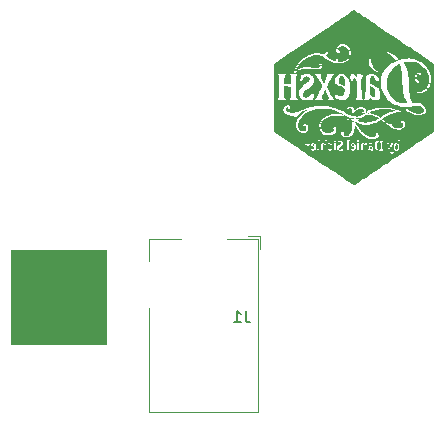
<source format=gbr>
%TF.GenerationSoftware,KiCad,Pcbnew,8.0.9*%
%TF.CreationDate,2025-12-12T10:11:10+01:00*%
%TF.ProjectId,Project,50726f6a-6563-4742-9e6b-696361645f70,rev?*%
%TF.SameCoordinates,Original*%
%TF.FileFunction,Legend,Bot*%
%TF.FilePolarity,Positive*%
%FSLAX46Y46*%
G04 Gerber Fmt 4.6, Leading zero omitted, Abs format (unit mm)*
G04 Created by KiCad (PCBNEW 8.0.9) date 2025-12-12 10:11:10*
%MOMM*%
%LPD*%
G01*
G04 APERTURE LIST*
%ADD10C,0.100000*%
%ADD11C,0.150000*%
%ADD12C,0.000000*%
%ADD13C,0.120000*%
G04 APERTURE END LIST*
D10*
X162878000Y-109398800D02*
X170878000Y-109398800D01*
X170878000Y-117398800D01*
X162878000Y-117398800D01*
X162878000Y-109398800D01*
G36*
X162878000Y-109398800D02*
G01*
X170878000Y-109398800D01*
X170878000Y-117398800D01*
X162878000Y-117398800D01*
X162878000Y-109398800D01*
G37*
D11*
X182730733Y-114567619D02*
X182730733Y-115281904D01*
X182730733Y-115281904D02*
X182778352Y-115424761D01*
X182778352Y-115424761D02*
X182873590Y-115520000D01*
X182873590Y-115520000D02*
X183016447Y-115567619D01*
X183016447Y-115567619D02*
X183111685Y-115567619D01*
X181730733Y-115567619D02*
X182302161Y-115567619D01*
X182016447Y-115567619D02*
X182016447Y-114567619D01*
X182016447Y-114567619D02*
X182111685Y-114710476D01*
X182111685Y-114710476D02*
X182206923Y-114805714D01*
X182206923Y-114805714D02*
X182302161Y-114853333D01*
D12*
%TO.C,G\u002A\u002A\u002A*%
G36*
X191833977Y-100441560D02*
G01*
X191867925Y-100464904D01*
X191894487Y-100514730D01*
X191910573Y-100585827D01*
X191911221Y-100591234D01*
X191913253Y-100634137D01*
X191902745Y-100652667D01*
X191874352Y-100649300D01*
X191822727Y-100626511D01*
X191798919Y-100613526D01*
X191770107Y-100585099D01*
X191759298Y-100543163D01*
X191762071Y-100493716D01*
X191784376Y-100454580D01*
X191824378Y-100440471D01*
X191833977Y-100441560D01*
G37*
G36*
X188471143Y-100441373D02*
G01*
X188508881Y-100459144D01*
X188533229Y-100502206D01*
X188546430Y-100573919D01*
X188548570Y-100603643D01*
X188548378Y-100641588D01*
X188543757Y-100656429D01*
X188535677Y-100654327D01*
X188503733Y-100641672D01*
X188458583Y-100621375D01*
X188417580Y-100599518D01*
X188391216Y-100574859D01*
X188384009Y-100545528D01*
X188391588Y-100495686D01*
X188417384Y-100455309D01*
X188457314Y-100440471D01*
X188471143Y-100441373D01*
G37*
G36*
X193296774Y-100678410D02*
G01*
X193330259Y-100698268D01*
X193365207Y-100724159D01*
X193388169Y-100746833D01*
X193394430Y-100762581D01*
X193399932Y-100805728D01*
X193398818Y-100855609D01*
X193390799Y-100895947D01*
X193390671Y-100896278D01*
X193367240Y-100918503D01*
X193331098Y-100918457D01*
X193294090Y-100896119D01*
X193281872Y-100870139D01*
X193272862Y-100826179D01*
X193267662Y-100774366D01*
X193266869Y-100724823D01*
X193271083Y-100687674D01*
X193280901Y-100673041D01*
X193296774Y-100678410D01*
G37*
G36*
X195550480Y-100479374D02*
G01*
X195560040Y-100485826D01*
X195576072Y-100500183D01*
X195585983Y-100520125D01*
X195591244Y-100552561D01*
X195593322Y-100604401D01*
X195593689Y-100682555D01*
X195593413Y-100722319D01*
X195589793Y-100807548D01*
X195581475Y-100867409D01*
X195567820Y-100907448D01*
X195558635Y-100923728D01*
X195533083Y-100949047D01*
X195497342Y-100952307D01*
X195490926Y-100951347D01*
X195451119Y-100931192D01*
X195424122Y-100886372D01*
X195409036Y-100814561D01*
X195404959Y-100713428D01*
X195405503Y-100688406D01*
X195414979Y-100591232D01*
X195435220Y-100520126D01*
X195465221Y-100476703D01*
X195503976Y-100462581D01*
X195550480Y-100479374D01*
G37*
G36*
X194128496Y-100244447D02*
G01*
X194131096Y-100248888D01*
X194137954Y-100282085D01*
X194143231Y-100339931D01*
X194146926Y-100415999D01*
X194149039Y-100503863D01*
X194149570Y-100597097D01*
X194148519Y-100689274D01*
X194145886Y-100773970D01*
X194141671Y-100844757D01*
X194135874Y-100895209D01*
X194128496Y-100918901D01*
X194114757Y-100928083D01*
X194068963Y-100938621D01*
X194011068Y-100937578D01*
X193953694Y-100925802D01*
X193909462Y-100904145D01*
X193884632Y-100882750D01*
X193847728Y-100837228D01*
X193824350Y-100780880D01*
X193812024Y-100706427D01*
X193808274Y-100606592D01*
X193810075Y-100534562D01*
X193823211Y-100433198D01*
X193850594Y-100356285D01*
X193894032Y-100299555D01*
X193955328Y-100258735D01*
X194027869Y-100231618D01*
X194087722Y-100226395D01*
X194128496Y-100244447D01*
G37*
G36*
X190861694Y-94699436D02*
G01*
X190951955Y-94724757D01*
X191027517Y-94773195D01*
X191087320Y-94847255D01*
X191134866Y-94950150D01*
X191142410Y-94973833D01*
X191153525Y-95025460D01*
X191161633Y-95092657D01*
X191167353Y-95181300D01*
X191171301Y-95297270D01*
X191177858Y-95561329D01*
X191121175Y-95552131D01*
X191120124Y-95551954D01*
X191075805Y-95539063D01*
X191013308Y-95514177D01*
X190939611Y-95480839D01*
X190861689Y-95442592D01*
X190786519Y-95402981D01*
X190721076Y-95365549D01*
X190672336Y-95333840D01*
X190647276Y-95311397D01*
X190636172Y-95288511D01*
X190629210Y-95252456D01*
X190627887Y-95198723D01*
X190631577Y-95119683D01*
X190638805Y-95037716D01*
X190661864Y-94907038D01*
X190697294Y-94807081D01*
X190745120Y-94737759D01*
X190781262Y-94706429D01*
X190814473Y-94695445D01*
X190861694Y-94699436D01*
G37*
G36*
X193324074Y-95539828D02*
G01*
X193378028Y-95563489D01*
X193439371Y-95596101D01*
X193500148Y-95633600D01*
X193552407Y-95671923D01*
X193581385Y-95701257D01*
X193622807Y-95756187D01*
X193658287Y-95816438D01*
X193677653Y-95857681D01*
X193693413Y-95901687D01*
X193703357Y-95949947D01*
X193709376Y-96012118D01*
X193713358Y-96097857D01*
X193715511Y-96174954D01*
X193714900Y-96236539D01*
X193710220Y-96280806D01*
X193700535Y-96316086D01*
X193684906Y-96350710D01*
X193675376Y-96367595D01*
X193640285Y-96414072D01*
X193604290Y-96444997D01*
X193590575Y-96451537D01*
X193526441Y-96463804D01*
X193455561Y-96456436D01*
X193393050Y-96430471D01*
X193382593Y-96422789D01*
X193344386Y-96387051D01*
X193306469Y-96343100D01*
X193259679Y-96281802D01*
X193254642Y-95910660D01*
X193253350Y-95799829D01*
X193252945Y-95703814D01*
X193253838Y-95633501D01*
X193256236Y-95584924D01*
X193260346Y-95554117D01*
X193266375Y-95537115D01*
X193274531Y-95529953D01*
X193285461Y-95529180D01*
X193324074Y-95539828D01*
G37*
G36*
X195800074Y-93671405D02*
G01*
X195819936Y-93707339D01*
X195837151Y-93769802D01*
X195856983Y-93861667D01*
X195871536Y-93932511D01*
X195887010Y-94015672D01*
X195900873Y-94101222D01*
X195913454Y-94192584D01*
X195925079Y-94293180D01*
X195936078Y-94406435D01*
X195946778Y-94535771D01*
X195957508Y-94684612D01*
X195968596Y-94856381D01*
X195980369Y-95054500D01*
X195993157Y-95282394D01*
X195996141Y-95335637D01*
X196008752Y-95536310D01*
X196022314Y-95709292D01*
X196037484Y-95859038D01*
X196054920Y-95990003D01*
X196075281Y-96106642D01*
X196099224Y-96213409D01*
X196127408Y-96314761D01*
X196160491Y-96415151D01*
X196177366Y-96462029D01*
X196218816Y-96566700D01*
X196263179Y-96660716D01*
X196316497Y-96756199D01*
X196384811Y-96865274D01*
X196409425Y-96903596D01*
X196442760Y-96957022D01*
X196465637Y-96995700D01*
X196474133Y-97013139D01*
X196466649Y-97016477D01*
X196432069Y-97018679D01*
X196375020Y-97018094D01*
X196301766Y-97015114D01*
X196218573Y-97010129D01*
X196131706Y-97003533D01*
X196047428Y-96995715D01*
X195972005Y-96987068D01*
X195911700Y-96977984D01*
X195787873Y-96952084D01*
X195638285Y-96910719D01*
X195507479Y-96862710D01*
X195402649Y-96810424D01*
X195339113Y-96768634D01*
X195203883Y-96652897D01*
X195080384Y-96509076D01*
X194970189Y-96339774D01*
X194874872Y-96147597D01*
X194796004Y-95935150D01*
X194735161Y-95705038D01*
X194733056Y-95694911D01*
X194717072Y-95584429D01*
X194707790Y-95452941D01*
X194705182Y-95310861D01*
X194709222Y-95168606D01*
X194719885Y-95036591D01*
X194737142Y-94925232D01*
X194770611Y-94788767D01*
X194848193Y-94567469D01*
X194953382Y-94358443D01*
X195088986Y-94155544D01*
X195130731Y-94102315D01*
X195269346Y-93955231D01*
X195426526Y-93831377D01*
X195608177Y-93725866D01*
X195671960Y-93694045D01*
X195731350Y-93667632D01*
X195772300Y-93659127D01*
X195800074Y-93671405D01*
G37*
G36*
X198716624Y-96521257D02*
G01*
X198716746Y-98822524D01*
X198716776Y-99388113D01*
X198679398Y-99422167D01*
X198665989Y-99432541D01*
X198626017Y-99461042D01*
X198563588Y-99504390D01*
X198481688Y-99560548D01*
X198383301Y-99627480D01*
X198271412Y-99703151D01*
X198208054Y-99745788D01*
X198149005Y-99785525D01*
X198019065Y-99872566D01*
X197947756Y-99920229D01*
X197845693Y-99988453D01*
X197719371Y-100072899D01*
X197654251Y-100116433D01*
X197570533Y-100172400D01*
X197400926Y-100285790D01*
X197212292Y-100411902D01*
X197006378Y-100549569D01*
X196784928Y-100697626D01*
X196549687Y-100854905D01*
X196302400Y-101020240D01*
X196122913Y-101140245D01*
X196044810Y-101192465D01*
X195778664Y-101370413D01*
X195505706Y-101552917D01*
X195227681Y-101738810D01*
X194946333Y-101926928D01*
X194663407Y-102116102D01*
X194570716Y-102178067D01*
X194300209Y-102358770D01*
X194037410Y-102534127D01*
X193783644Y-102703261D01*
X193540238Y-102865295D01*
X193308518Y-103019353D01*
X193089809Y-103164556D01*
X192885439Y-103300029D01*
X192696732Y-103424895D01*
X192525015Y-103538277D01*
X192371614Y-103639298D01*
X192237855Y-103727081D01*
X192125064Y-103800750D01*
X192034566Y-103859427D01*
X191967689Y-103902235D01*
X191925758Y-103928299D01*
X191910098Y-103936740D01*
X191905754Y-103934523D01*
X191877092Y-103917055D01*
X191825057Y-103884005D01*
X191752681Y-103837339D01*
X191662994Y-103779024D01*
X191559026Y-103711028D01*
X191443806Y-103635319D01*
X191320366Y-103553863D01*
X191015273Y-103352103D01*
X190637648Y-103102309D01*
X190281948Y-102866930D01*
X189944873Y-102643775D01*
X189623121Y-102430655D01*
X189313392Y-102225380D01*
X189012386Y-102025761D01*
X188716801Y-101829607D01*
X188423337Y-101634729D01*
X188128693Y-101438937D01*
X187829568Y-101240040D01*
X187522662Y-101035849D01*
X187204673Y-100824175D01*
X186872302Y-100602827D01*
X186659889Y-100461339D01*
X187791171Y-100461339D01*
X187805548Y-100517564D01*
X187814542Y-100534292D01*
X187839499Y-100563785D01*
X187860028Y-100565142D01*
X187871904Y-100537118D01*
X187879018Y-100513311D01*
X187901711Y-100494592D01*
X187931100Y-100502951D01*
X187959438Y-100538286D01*
X187963726Y-100547553D01*
X187976146Y-100593892D01*
X187983130Y-100662354D01*
X187985317Y-100758359D01*
X187984846Y-100825969D01*
X187982306Y-100882878D01*
X187976384Y-100920325D01*
X187965781Y-100945810D01*
X187949197Y-100966836D01*
X187913077Y-101005284D01*
X188051445Y-101005284D01*
X188189812Y-101005284D01*
X188158166Y-100970368D01*
X188145789Y-100953217D01*
X188135561Y-100926147D01*
X188128686Y-100885124D01*
X188126118Y-100850380D01*
X188253180Y-100850380D01*
X188256407Y-100879540D01*
X188276191Y-100918758D01*
X188306735Y-100958324D01*
X188342241Y-100988525D01*
X188377663Y-101005284D01*
X188392718Y-101012407D01*
X188470147Y-101022723D01*
X188534069Y-101005284D01*
X188743685Y-101005284D01*
X188882053Y-101005284D01*
X189020421Y-101005284D01*
X189007026Y-100990499D01*
X189067856Y-100990499D01*
X189091459Y-101001768D01*
X189146391Y-101005284D01*
X189177269Y-101004410D01*
X189219247Y-100996524D01*
X189237758Y-100979007D01*
X189241509Y-100955025D01*
X189244796Y-100904430D01*
X189247023Y-100835477D01*
X189247842Y-100755825D01*
X189248893Y-100681603D01*
X189252154Y-100607949D01*
X189257096Y-100550824D01*
X189263181Y-100518573D01*
X189287697Y-100480612D01*
X189327252Y-100465531D01*
X189374774Y-100482007D01*
X189377144Y-100483572D01*
X189392245Y-100495436D01*
X189402528Y-100511207D01*
X189408918Y-100536748D01*
X189412337Y-100577922D01*
X189413711Y-100640593D01*
X189413963Y-100730625D01*
X189413666Y-100820326D01*
X189412188Y-100883437D01*
X189408659Y-100925028D01*
X189402206Y-100950974D01*
X189391958Y-100967148D01*
X189377043Y-100979424D01*
X189362959Y-100990401D01*
X189360683Y-100998543D01*
X189377642Y-101003013D01*
X189418500Y-101004898D01*
X189487917Y-101005284D01*
X189635713Y-101005284D01*
X189599593Y-100966836D01*
X189589662Y-100955447D01*
X189580289Y-100940008D01*
X189573468Y-100918523D01*
X189568792Y-100886463D01*
X189566989Y-100857463D01*
X189661099Y-100857463D01*
X189667181Y-100879649D01*
X189689615Y-100914441D01*
X189727640Y-100957402D01*
X189765776Y-100992030D01*
X189788914Y-101005284D01*
X189805981Y-101015060D01*
X189848078Y-101020844D01*
X189905787Y-101013720D01*
X189945403Y-100995741D01*
X190153921Y-100995741D01*
X190165187Y-101002217D01*
X190198876Y-101004811D01*
X190260386Y-101005284D01*
X190277304Y-101005257D01*
X190332359Y-101004073D01*
X190361630Y-100999936D01*
X190371161Y-100991199D01*
X190366990Y-100976213D01*
X190365543Y-100972091D01*
X190360046Y-100937779D01*
X190354892Y-100879125D01*
X190350604Y-100803149D01*
X190349610Y-100773596D01*
X190485986Y-100773596D01*
X190486457Y-100793037D01*
X190500472Y-100875880D01*
X190536596Y-100939028D01*
X190598483Y-100989489D01*
X190601766Y-100991466D01*
X190633987Y-101006718D01*
X190672548Y-101015369D01*
X190726368Y-101018644D01*
X190804366Y-101017767D01*
X190861886Y-101016066D01*
X190918492Y-101011001D01*
X190952155Y-100997296D01*
X190952512Y-100996688D01*
X191300938Y-100996688D01*
X191314850Y-101002518D01*
X191351339Y-101004856D01*
X191415729Y-101005284D01*
X191457434Y-101005152D01*
X191504621Y-101003692D01*
X191527084Y-100999382D01*
X191530163Y-100990723D01*
X191519198Y-100976213D01*
X191513204Y-100967702D01*
X191505723Y-100947497D01*
X191500036Y-100914947D01*
X191495828Y-100865876D01*
X191492779Y-100796110D01*
X191490573Y-100701471D01*
X191488892Y-100577784D01*
X191488773Y-100566757D01*
X191488641Y-100551134D01*
X191622628Y-100551134D01*
X191636095Y-100600425D01*
X191638795Y-100603362D01*
X191665825Y-100620819D01*
X191713274Y-100645131D01*
X191772891Y-100671980D01*
X191790010Y-100679300D01*
X191846764Y-100704537D01*
X191889015Y-100724814D01*
X191908653Y-100736291D01*
X191912328Y-100748577D01*
X191906474Y-100783838D01*
X191890262Y-100828233D01*
X191868261Y-100870147D01*
X191845041Y-100897966D01*
X191802749Y-100918232D01*
X191748348Y-100914465D01*
X191683842Y-100881194D01*
X191674023Y-100874582D01*
X191641295Y-100854831D01*
X191626711Y-100853490D01*
X191623381Y-100869191D01*
X191635558Y-100912040D01*
X191671555Y-100959375D01*
X191723238Y-100997073D01*
X191761338Y-101012589D01*
X191839546Y-101019119D01*
X191882477Y-101005284D01*
X192115955Y-101005284D01*
X192254643Y-101005284D01*
X192393332Y-101005284D01*
X192380868Y-100992017D01*
X192457243Y-100992017D01*
X192483557Y-101001706D01*
X192541203Y-101001999D01*
X192628417Y-100996978D01*
X192636723Y-100760651D01*
X192639919Y-100677832D01*
X192643890Y-100607250D01*
X192649049Y-100558898D01*
X192656363Y-100526862D01*
X192666801Y-100505230D01*
X192681331Y-100488088D01*
X192705187Y-100466694D01*
X192727401Y-100461851D01*
X192757718Y-100478117D01*
X192772897Y-100489852D01*
X192789931Y-100514461D01*
X192800698Y-100554068D01*
X192808512Y-100617783D01*
X192817306Y-100728398D01*
X192820040Y-100819977D01*
X192815498Y-100887359D01*
X192803368Y-100934869D01*
X192783337Y-100966836D01*
X192747217Y-101005284D01*
X192885906Y-101005284D01*
X193024594Y-101005284D01*
X193001930Y-100981159D01*
X193090735Y-100981159D01*
X193111658Y-101000121D01*
X193118235Y-101004510D01*
X193120870Y-101005284D01*
X193165709Y-101018456D01*
X193211859Y-101008512D01*
X193243858Y-100976927D01*
X193262031Y-100940264D01*
X193295795Y-100974028D01*
X193301812Y-100979345D01*
X193344820Y-101002711D01*
X193397182Y-101016862D01*
X193449774Y-101016128D01*
X193503885Y-100991028D01*
X193538185Y-100941055D01*
X193549804Y-100868989D01*
X193549166Y-100847947D01*
X193539139Y-100789894D01*
X193512918Y-100743607D01*
X193465249Y-100702130D01*
X193390880Y-100658505D01*
X193363049Y-100643726D01*
X193315541Y-100616145D01*
X193288734Y-100593778D01*
X193276147Y-100570135D01*
X193271299Y-100538722D01*
X193270609Y-100524855D01*
X193280689Y-100473662D01*
X193311236Y-100447179D01*
X193360205Y-100447506D01*
X193390495Y-100462873D01*
X193420188Y-100507504D01*
X193421068Y-100509978D01*
X193443096Y-100546224D01*
X193477263Y-100556756D01*
X193481105Y-100556707D01*
X193509643Y-100547621D01*
X193516401Y-100519749D01*
X193644181Y-100519749D01*
X193650218Y-100640894D01*
X193656428Y-100679293D01*
X193686571Y-100790246D01*
X193729376Y-100868989D01*
X193732763Y-100875220D01*
X193797459Y-100937803D01*
X193883109Y-100981581D01*
X193886601Y-100982796D01*
X193931447Y-100993283D01*
X193995637Y-101002787D01*
X194071700Y-101010832D01*
X194152168Y-101016943D01*
X194229571Y-101020643D01*
X194296439Y-101021456D01*
X194345303Y-101018907D01*
X194368693Y-101012520D01*
X194369625Y-101011274D01*
X194365848Y-100990058D01*
X194343775Y-100959537D01*
X194340340Y-100955830D01*
X194328164Y-100940347D01*
X194319154Y-100921287D01*
X194312726Y-100893711D01*
X194308295Y-100852676D01*
X194305275Y-100793241D01*
X194303081Y-100710466D01*
X194301129Y-100599410D01*
X194297688Y-100384083D01*
X194646795Y-100384083D01*
X194647104Y-100385725D01*
X194659741Y-100406988D01*
X194685164Y-100439743D01*
X194695937Y-100455191D01*
X194721671Y-100503578D01*
X194750643Y-100568892D01*
X194778395Y-100641487D01*
X194785521Y-100661740D01*
X194820349Y-100760107D01*
X194856548Y-100861467D01*
X194891637Y-100958955D01*
X194910636Y-101011274D01*
X194923138Y-101045702D01*
X194948571Y-101114843D01*
X194965455Y-101159510D01*
X194988445Y-101199114D01*
X195025058Y-101238418D01*
X195030544Y-101242504D01*
X195085026Y-101266799D01*
X195145300Y-101272558D01*
X195199962Y-101260219D01*
X195237612Y-101230224D01*
X195251512Y-101201302D01*
X195253592Y-101140245D01*
X195245865Y-101115075D01*
X195224170Y-101085509D01*
X195198740Y-101084243D01*
X195175358Y-101113272D01*
X195156206Y-101144380D01*
X195121178Y-101166203D01*
X195082018Y-101157994D01*
X195041970Y-101120842D01*
X195004280Y-101055837D01*
X194975082Y-100991089D01*
X195071036Y-100736545D01*
X195091923Y-100682485D01*
X195098815Y-100665721D01*
X195262258Y-100665721D01*
X195266149Y-100752898D01*
X195279364Y-100828272D01*
X195282648Y-100839268D01*
X195321220Y-100916691D01*
X195377793Y-100974663D01*
X195446286Y-101009893D01*
X195520618Y-101019089D01*
X195594707Y-100998960D01*
X195600969Y-100995891D01*
X195640417Y-100978964D01*
X195665534Y-100972060D01*
X195683005Y-100978237D01*
X195712819Y-100999553D01*
X195717229Y-101003370D01*
X195725537Y-101007909D01*
X195731855Y-101003981D01*
X195736454Y-100988050D01*
X195739607Y-100956579D01*
X195741586Y-100906031D01*
X195742663Y-100832869D01*
X195743110Y-100733557D01*
X195743198Y-100604557D01*
X195743493Y-100471558D01*
X195744528Y-100366577D01*
X195746517Y-100287083D01*
X195749670Y-100229193D01*
X195754201Y-100189023D01*
X195760322Y-100162689D01*
X195768245Y-100146309D01*
X195776579Y-100133821D01*
X195782699Y-100116433D01*
X195771557Y-100104574D01*
X195737968Y-100094665D01*
X195676749Y-100083125D01*
X195670950Y-100082099D01*
X195629084Y-100074539D01*
X195604138Y-100069780D01*
X195598776Y-100083823D01*
X195594781Y-100124768D01*
X195592581Y-100186281D01*
X195592559Y-100262015D01*
X195595449Y-100457334D01*
X195553794Y-100415678D01*
X195543103Y-100405844D01*
X195485904Y-100375846D01*
X195425244Y-100374693D01*
X195366904Y-100400141D01*
X195316668Y-100449944D01*
X195280318Y-100521857D01*
X195267646Y-100581841D01*
X195262258Y-100665721D01*
X195098815Y-100665721D01*
X195126978Y-100597221D01*
X195159645Y-100523990D01*
X195187007Y-100469216D01*
X195206144Y-100439319D01*
X195211002Y-100433834D01*
X195231590Y-100403609D01*
X195233991Y-100385329D01*
X195225111Y-100381362D01*
X195190544Y-100376451D01*
X195140400Y-100374278D01*
X195084429Y-100374677D01*
X195032378Y-100377482D01*
X194993998Y-100382530D01*
X194979038Y-100389654D01*
X194979672Y-100394315D01*
X194995651Y-100415553D01*
X195004433Y-100425756D01*
X195012263Y-100457195D01*
X195012015Y-100461307D01*
X195004745Y-100494958D01*
X194989576Y-100545824D01*
X194969456Y-100605741D01*
X194947329Y-100666550D01*
X194926142Y-100720089D01*
X194908840Y-100758198D01*
X194898370Y-100772714D01*
X194891037Y-100763329D01*
X194877177Y-100728961D01*
X194860449Y-100677390D01*
X194843257Y-100617140D01*
X194828003Y-100556734D01*
X194817089Y-100504694D01*
X194812917Y-100469543D01*
X194817031Y-100438273D01*
X194829529Y-100415553D01*
X194844602Y-100402851D01*
X194841458Y-100387405D01*
X194808177Y-100377510D01*
X194746468Y-100374022D01*
X194701125Y-100375131D01*
X194661890Y-100378776D01*
X194646795Y-100384083D01*
X194297688Y-100384083D01*
X194296012Y-100279189D01*
X194338935Y-100228178D01*
X194348485Y-100216092D01*
X194366823Y-100184882D01*
X194366944Y-100167949D01*
X194361145Y-100166488D01*
X194327079Y-100163897D01*
X194268854Y-100162291D01*
X194192707Y-100161800D01*
X194104873Y-100162551D01*
X194038624Y-100163767D01*
X193957409Y-100166411D01*
X193899169Y-100170628D01*
X193857633Y-100177199D01*
X193826528Y-100186903D01*
X193799584Y-100200520D01*
X193792580Y-100205957D01*
X193751367Y-100237949D01*
X193696520Y-100313075D01*
X193660204Y-100408742D01*
X193644181Y-100519749D01*
X193516401Y-100519749D01*
X193517168Y-100516584D01*
X193517135Y-100512732D01*
X193503938Y-100450589D01*
X193465890Y-100407404D01*
X193401578Y-100382206D01*
X193309586Y-100374022D01*
X193301952Y-100374048D01*
X193245127Y-100377625D01*
X193207296Y-100389928D01*
X193175863Y-100414797D01*
X193174868Y-100415794D01*
X193158643Y-100433815D01*
X193147558Y-100453661D01*
X193140637Y-100481613D01*
X193136903Y-100523950D01*
X193135379Y-100586951D01*
X193135088Y-100676896D01*
X193134549Y-100759361D01*
X193132159Y-100831405D01*
X193127275Y-100881173D01*
X193119271Y-100914589D01*
X193107520Y-100937578D01*
X193092011Y-100961856D01*
X193090735Y-100981159D01*
X193001930Y-100981159D01*
X192988474Y-100966836D01*
X192977900Y-100954589D01*
X192966290Y-100934568D01*
X192958836Y-100906762D01*
X192954632Y-100864812D01*
X192952773Y-100802358D01*
X192952354Y-100713044D01*
X192952676Y-100650571D01*
X192954823Y-100573009D01*
X192959514Y-100519221D01*
X192967358Y-100483391D01*
X192978967Y-100459705D01*
X192981823Y-100455644D01*
X192996877Y-100432413D01*
X192996012Y-100418663D01*
X192973974Y-100407901D01*
X192925509Y-100393630D01*
X192916187Y-100390974D01*
X192863507Y-100377950D01*
X192834430Y-100378053D01*
X192822049Y-100393398D01*
X192819457Y-100426099D01*
X192819457Y-100478176D01*
X192785973Y-100435608D01*
X192770249Y-100418207D01*
X192713855Y-100380681D01*
X192650735Y-100365842D01*
X192591998Y-100377043D01*
X192591254Y-100377401D01*
X192558986Y-100397245D01*
X192535650Y-100424296D01*
X192519868Y-100463744D01*
X192510263Y-100520781D01*
X192505456Y-100600598D01*
X192504071Y-100708384D01*
X192503449Y-100792887D01*
X192501137Y-100864005D01*
X192496621Y-100911411D01*
X192489384Y-100940196D01*
X192478908Y-100955448D01*
X192461577Y-100972423D01*
X192457243Y-100992017D01*
X192380868Y-100992017D01*
X192357212Y-100966836D01*
X192346970Y-100955020D01*
X192335214Y-100935033D01*
X192327664Y-100907385D01*
X192323403Y-100865684D01*
X192321517Y-100803543D01*
X192321092Y-100714572D01*
X192321235Y-100656268D01*
X192322472Y-100584476D01*
X192325737Y-100535609D01*
X192331935Y-100503293D01*
X192341966Y-100481153D01*
X192356735Y-100462815D01*
X192392377Y-100424875D01*
X192347453Y-100407795D01*
X192345621Y-100407109D01*
X192296314Y-100392492D01*
X192241209Y-100380887D01*
X192179889Y-100371059D01*
X192184547Y-100632633D01*
X192184836Y-100648878D01*
X192186227Y-100733230D01*
X192186846Y-100812871D01*
X192185717Y-100868994D01*
X192182298Y-100906983D01*
X192176046Y-100932222D01*
X192166417Y-100950096D01*
X192152869Y-100965990D01*
X192115955Y-101005284D01*
X191882477Y-101005284D01*
X191921219Y-100992799D01*
X191952629Y-100975049D01*
X191997495Y-100937403D01*
X192026616Y-100888266D01*
X192043477Y-100820535D01*
X192051563Y-100727107D01*
X192052766Y-100697748D01*
X192053521Y-100632633D01*
X192049069Y-100586242D01*
X192037795Y-100547950D01*
X192018080Y-100507135D01*
X192015330Y-100502103D01*
X191958655Y-100428990D01*
X191886881Y-100385057D01*
X191801244Y-100371080D01*
X191756630Y-100375243D01*
X191718017Y-100392715D01*
X191677371Y-100430927D01*
X191674351Y-100434278D01*
X191636020Y-100493123D01*
X191622628Y-100551134D01*
X191488641Y-100551134D01*
X191487765Y-100447318D01*
X191487799Y-100356404D01*
X191489131Y-100289673D01*
X191492019Y-100242787D01*
X191496720Y-100211403D01*
X191503491Y-100191183D01*
X191503652Y-100190946D01*
X192175435Y-100190946D01*
X192177044Y-100242145D01*
X192208503Y-100281713D01*
X192237330Y-100298752D01*
X192263471Y-100307573D01*
X192288004Y-100300358D01*
X192322397Y-100270922D01*
X192345183Y-100229515D01*
X192347480Y-100205957D01*
X192331729Y-100168865D01*
X192298680Y-100141106D01*
X192257636Y-100126994D01*
X192217901Y-100130844D01*
X192207346Y-100140314D01*
X192188779Y-100156972D01*
X192175435Y-100190946D01*
X191503652Y-100190946D01*
X191512589Y-100177784D01*
X191526677Y-100161520D01*
X191537415Y-100140314D01*
X191522423Y-100128399D01*
X191478025Y-100119587D01*
X191472881Y-100118774D01*
X191420388Y-100108967D01*
X191378352Y-100098850D01*
X191340974Y-100087740D01*
X191340974Y-100516133D01*
X191340906Y-100597287D01*
X191340371Y-100712236D01*
X191339105Y-100800243D01*
X191337624Y-100843316D01*
X191336869Y-100865271D01*
X191333427Y-100911287D01*
X191328540Y-100942255D01*
X191321970Y-100962139D01*
X191313481Y-100974905D01*
X191304283Y-100985784D01*
X191300938Y-100996688D01*
X190952512Y-100996688D01*
X190968855Y-100968849D01*
X190974570Y-100919557D01*
X190975280Y-100843316D01*
X190975178Y-100826661D01*
X190971125Y-100769009D01*
X190961349Y-100743462D01*
X190946075Y-100750265D01*
X190925531Y-100789663D01*
X190893395Y-100843585D01*
X190841760Y-100892126D01*
X190781829Y-100922942D01*
X190721523Y-100932140D01*
X190668766Y-100915828D01*
X190666465Y-100914298D01*
X190625324Y-100872229D01*
X190616639Y-100823570D01*
X190640341Y-100768486D01*
X190696361Y-100707143D01*
X190784628Y-100639708D01*
X190857529Y-100587713D01*
X190912273Y-100539331D01*
X190945794Y-100493321D01*
X190962601Y-100443343D01*
X190967201Y-100383059D01*
X190967126Y-100376197D01*
X190951414Y-100290216D01*
X190911093Y-100223800D01*
X190850178Y-100179929D01*
X190772682Y-100161585D01*
X190682621Y-100171748D01*
X190663284Y-100176277D01*
X190608956Y-100183377D01*
X190567775Y-100181314D01*
X190554241Y-100178199D01*
X190538590Y-100179073D01*
X190530484Y-100193482D01*
X190528260Y-100218704D01*
X190527441Y-100227991D01*
X190526978Y-100289160D01*
X190527529Y-100320371D01*
X190532540Y-100375051D01*
X190541793Y-100404070D01*
X190554077Y-100404907D01*
X190568184Y-100375045D01*
X190574016Y-100361914D01*
X190604541Y-100322415D01*
X190648310Y-100283185D01*
X190694436Y-100253123D01*
X190732033Y-100241125D01*
X190776572Y-100250156D01*
X190815471Y-100281800D01*
X190830150Y-100329583D01*
X190830146Y-100330980D01*
X190826422Y-100362534D01*
X190812612Y-100391145D01*
X190784109Y-100421815D01*
X190764529Y-100437270D01*
X190736309Y-100459544D01*
X190664605Y-100509333D01*
X190663764Y-100509901D01*
X190587176Y-100564905D01*
X190535699Y-100611978D01*
X190504739Y-100657919D01*
X190489700Y-100709525D01*
X190485986Y-100773596D01*
X190349610Y-100773596D01*
X190347703Y-100716872D01*
X190346862Y-100677000D01*
X190345985Y-100593800D01*
X190347404Y-100535821D01*
X190351622Y-100497307D01*
X190359139Y-100472502D01*
X190370457Y-100455652D01*
X190385584Y-100437270D01*
X190385107Y-100422252D01*
X190356517Y-100408754D01*
X190355157Y-100408243D01*
X190308220Y-100393904D01*
X190254651Y-100381565D01*
X190194735Y-100370325D01*
X190194735Y-100657425D01*
X190194457Y-100732742D01*
X190194357Y-100759944D01*
X190192870Y-100840136D01*
X190189844Y-100896773D01*
X190184850Y-100934810D01*
X190177459Y-100959203D01*
X190167242Y-100974905D01*
X190159677Y-100983621D01*
X190153921Y-100995741D01*
X189945403Y-100995741D01*
X189979321Y-100980348D01*
X190033501Y-100921280D01*
X190066990Y-100838187D01*
X190078450Y-100732742D01*
X190074842Y-100667641D01*
X190053406Y-100567560D01*
X190015342Y-100483830D01*
X189963708Y-100419821D01*
X189901563Y-100378901D01*
X189831968Y-100364440D01*
X189757982Y-100379808D01*
X189737260Y-100390473D01*
X189697279Y-100426630D01*
X189673868Y-100470666D01*
X189668646Y-100514624D01*
X189683227Y-100550552D01*
X189719229Y-100570494D01*
X189745488Y-100560531D01*
X189771187Y-100517640D01*
X189775599Y-100507331D01*
X189800446Y-100462605D01*
X189826806Y-100444641D01*
X189861252Y-100448383D01*
X189880781Y-100459900D01*
X189907560Y-100504823D01*
X189923601Y-100580960D01*
X189928940Y-100688436D01*
X189923641Y-100770035D01*
X189903821Y-100847412D01*
X189871092Y-100898690D01*
X189827335Y-100922198D01*
X189774429Y-100916264D01*
X189714257Y-100879216D01*
X189701024Y-100868655D01*
X189672127Y-100852320D01*
X189661099Y-100857463D01*
X189566989Y-100857463D01*
X189565859Y-100839297D01*
X189564264Y-100772497D01*
X189563603Y-100681532D01*
X189563473Y-100561872D01*
X189563585Y-100484496D01*
X189564381Y-100379490D01*
X189566165Y-100301230D01*
X189569197Y-100245668D01*
X189573739Y-100208754D01*
X189578294Y-100192648D01*
X190195771Y-100192648D01*
X190201436Y-100240963D01*
X190225114Y-100280081D01*
X190226462Y-100281283D01*
X190272688Y-100305063D01*
X190316083Y-100300033D01*
X190348266Y-100269984D01*
X190360857Y-100218704D01*
X190354079Y-100170374D01*
X190327096Y-100135873D01*
X190277796Y-100124840D01*
X190245733Y-100129424D01*
X190214670Y-100144774D01*
X190209347Y-100151070D01*
X190195771Y-100192648D01*
X189578294Y-100192648D01*
X189580050Y-100186439D01*
X189588391Y-100174676D01*
X189596908Y-100167198D01*
X189611378Y-100145085D01*
X189596770Y-100129941D01*
X189551014Y-100118666D01*
X189546223Y-100117852D01*
X189492825Y-100107586D01*
X189449039Y-100097391D01*
X189409360Y-100086536D01*
X189421449Y-100275963D01*
X189433538Y-100465389D01*
X189384409Y-100418695D01*
X189331604Y-100383449D01*
X189266642Y-100368264D01*
X189204083Y-100378549D01*
X189153188Y-100414475D01*
X189150881Y-100417178D01*
X189136464Y-100436550D01*
X189126518Y-100458699D01*
X189120218Y-100489715D01*
X189116738Y-100535686D01*
X189115255Y-100602702D01*
X189114944Y-100696852D01*
X189114943Y-100701140D01*
X189114232Y-100798076D01*
X189111865Y-100866986D01*
X189107362Y-100912859D01*
X189100243Y-100940683D01*
X189090026Y-100955448D01*
X189074362Y-100970401D01*
X189067856Y-100990499D01*
X189007026Y-100990499D01*
X188988775Y-100970353D01*
X188984845Y-100965764D01*
X188975337Y-100950545D01*
X188968112Y-100928777D01*
X188962767Y-100896015D01*
X188958897Y-100847813D01*
X188956100Y-100779725D01*
X188953973Y-100687304D01*
X188952113Y-100566106D01*
X188950826Y-100455456D01*
X188950441Y-100359248D01*
X188951386Y-100288391D01*
X188953882Y-100238731D01*
X188958148Y-100206113D01*
X188964407Y-100186385D01*
X188972878Y-100175392D01*
X188996308Y-100145003D01*
X188989077Y-100119271D01*
X188950761Y-100102801D01*
X188910372Y-100094215D01*
X188859394Y-100082311D01*
X188815925Y-100071401D01*
X188815925Y-100499895D01*
X188815905Y-100575282D01*
X188815633Y-100689261D01*
X188815140Y-100740088D01*
X188814788Y-100776406D01*
X188813051Y-100840842D01*
X188810102Y-100886698D01*
X188805622Y-100918098D01*
X188799292Y-100939170D01*
X188790793Y-100954041D01*
X188779805Y-100966836D01*
X188743685Y-101005284D01*
X188534069Y-101005284D01*
X188543617Y-101002679D01*
X188608504Y-100953884D01*
X188660181Y-100877947D01*
X188679897Y-100834989D01*
X188694340Y-100788913D01*
X188698443Y-100740088D01*
X188694747Y-100673485D01*
X188679026Y-100574946D01*
X188643298Y-100484568D01*
X188587616Y-100418531D01*
X188510703Y-100374761D01*
X188479259Y-100366356D01*
X188408624Y-100369340D01*
X188342731Y-100398138D01*
X188289787Y-100448195D01*
X188258000Y-100514959D01*
X188256808Y-100520090D01*
X188256840Y-100561711D01*
X188278937Y-100597110D01*
X188326702Y-100629969D01*
X188403736Y-100663971D01*
X188416138Y-100668793D01*
X188474116Y-100692462D01*
X188518481Y-100712365D01*
X188540461Y-100724612D01*
X188546685Y-100739272D01*
X188543368Y-100777016D01*
X188528371Y-100823442D01*
X188505734Y-100867141D01*
X188479499Y-100896704D01*
X188432787Y-100918417D01*
X188377258Y-100914598D01*
X188318133Y-100878626D01*
X188305751Y-100868710D01*
X188273942Y-100848283D01*
X188256480Y-100844869D01*
X188253180Y-100850380D01*
X188126118Y-100850380D01*
X188124147Y-100823724D01*
X188120924Y-100735524D01*
X188119902Y-100696668D01*
X188118874Y-100622222D01*
X188120603Y-100571098D01*
X188125932Y-100536298D01*
X188135702Y-100510824D01*
X188150756Y-100487678D01*
X188155354Y-100481231D01*
X188174313Y-100446961D01*
X188177400Y-100425546D01*
X188166097Y-100417964D01*
X188130762Y-100404121D01*
X188083678Y-100389792D01*
X188036999Y-100378563D01*
X188002879Y-100374022D01*
X188001547Y-100374177D01*
X187990021Y-100391267D01*
X187985255Y-100428012D01*
X187985193Y-100482001D01*
X187951652Y-100426987D01*
X187931451Y-100397792D01*
X187904227Y-100378618D01*
X187865779Y-100377151D01*
X187837946Y-100384146D01*
X187803001Y-100414465D01*
X187791171Y-100461339D01*
X186659889Y-100461339D01*
X185119719Y-99435435D01*
X185119719Y-97574159D01*
X185911416Y-97574159D01*
X185936099Y-97673514D01*
X185987431Y-97771555D01*
X186066699Y-97864198D01*
X186089817Y-97885365D01*
X186187396Y-97959029D01*
X186292439Y-98011702D01*
X186410606Y-98045119D01*
X186547559Y-98061018D01*
X186708959Y-98061133D01*
X186902778Y-98053185D01*
X186863118Y-98113114D01*
X186858063Y-98121057D01*
X186833606Y-98165210D01*
X186806653Y-98220565D01*
X186780708Y-98278955D01*
X186759277Y-98332214D01*
X186745866Y-98372176D01*
X186743979Y-98390674D01*
X186750539Y-98386905D01*
X186774645Y-98363096D01*
X186811720Y-98322120D01*
X186857006Y-98269094D01*
X186981408Y-98134606D01*
X187163941Y-97975166D01*
X187372375Y-97828905D01*
X187603237Y-97698481D01*
X187620291Y-97689973D01*
X187698992Y-97652918D01*
X187778330Y-97618615D01*
X187852187Y-97589386D01*
X187914445Y-97567558D01*
X187958986Y-97555456D01*
X187979693Y-97555404D01*
X187974830Y-97562315D01*
X187947916Y-97584441D01*
X187902578Y-97617489D01*
X187844275Y-97657349D01*
X187811783Y-97679394D01*
X187700304Y-97760529D01*
X187586790Y-97850483D01*
X187478884Y-97942798D01*
X187384226Y-98031012D01*
X187310459Y-98108664D01*
X187263109Y-98165863D01*
X187183125Y-98274154D01*
X187112987Y-98383795D01*
X187057589Y-98486869D01*
X187021829Y-98575457D01*
X187007852Y-98628444D01*
X186990306Y-98770397D01*
X186997756Y-98915509D01*
X187029245Y-99054464D01*
X187083812Y-99177946D01*
X187132511Y-99247371D01*
X187209990Y-99331861D01*
X187298326Y-99408545D01*
X187386500Y-99466903D01*
X187388905Y-99468196D01*
X187502713Y-99512045D01*
X187617440Y-99524515D01*
X187728581Y-99506331D01*
X187831630Y-99458215D01*
X187922082Y-99380891D01*
X187935623Y-99365575D01*
X187993638Y-99287976D01*
X188028791Y-99212323D01*
X188046656Y-99127271D01*
X188049709Y-99089080D01*
X188046163Y-99045529D01*
X188031328Y-98998446D01*
X188014694Y-98962262D01*
X188969138Y-98962262D01*
X188991726Y-99140509D01*
X189016661Y-99239339D01*
X189074637Y-99384165D01*
X189153544Y-99503900D01*
X189254116Y-99599556D01*
X189377090Y-99672151D01*
X189403760Y-99683793D01*
X189451209Y-99700338D01*
X189502301Y-99710832D01*
X189566892Y-99716989D01*
X189654840Y-99720527D01*
X189728106Y-99720759D01*
X189884948Y-99706226D01*
X190022210Y-99669215D01*
X190144654Y-99608154D01*
X190181786Y-99579513D01*
X190809495Y-99579513D01*
X190809511Y-99581852D01*
X190826028Y-99662789D01*
X190870522Y-99734829D01*
X190938486Y-99795524D01*
X191025416Y-99842426D01*
X191126805Y-99873086D01*
X191238148Y-99885057D01*
X191354940Y-99875891D01*
X191484870Y-99842434D01*
X191617557Y-99779128D01*
X191730406Y-99689319D01*
X191824025Y-99572615D01*
X191857805Y-99513478D01*
X191892040Y-99429653D01*
X191917537Y-99331088D01*
X191935781Y-99211713D01*
X191948260Y-99065459D01*
X191953167Y-98998195D01*
X191959427Y-98934290D01*
X191965675Y-98889687D01*
X191971095Y-98871327D01*
X191973378Y-98871445D01*
X191991234Y-98887766D01*
X192020507Y-98924213D01*
X192056148Y-98974656D01*
X192130487Y-99083363D01*
X192289810Y-99300634D01*
X192443348Y-99487251D01*
X192592360Y-99644377D01*
X192738104Y-99773172D01*
X192881838Y-99874800D01*
X193024822Y-99950421D01*
X193168312Y-100001197D01*
X193243752Y-100016981D01*
X193356767Y-100030036D01*
X193476185Y-100034632D01*
X193589270Y-100030381D01*
X193683290Y-100016896D01*
X193721190Y-100007074D01*
X193827036Y-99963900D01*
X193909774Y-99904223D01*
X193966417Y-99830650D01*
X193993977Y-99745788D01*
X193992597Y-99665530D01*
X193963040Y-99595276D01*
X193905178Y-99541945D01*
X193864073Y-99520737D01*
X193826787Y-99517062D01*
X193806014Y-99541590D01*
X193799575Y-99595423D01*
X193796841Y-99631989D01*
X193769732Y-99715640D01*
X193718043Y-99786291D01*
X193647273Y-99835280D01*
X193621077Y-99845734D01*
X193570259Y-99858491D01*
X193505715Y-99864926D01*
X193417798Y-99866345D01*
X193402256Y-99866213D01*
X193323857Y-99863612D01*
X193264212Y-99856332D01*
X193210950Y-99842168D01*
X193151700Y-99818915D01*
X193109896Y-99800057D01*
X192991980Y-99736270D01*
X192874566Y-99655730D01*
X192752086Y-99554351D01*
X192618973Y-99428049D01*
X192610506Y-99419541D01*
X192534959Y-99340006D01*
X192452650Y-99247920D01*
X192367804Y-99148527D01*
X192284643Y-99047073D01*
X192207392Y-98948804D01*
X192140272Y-98858963D01*
X192087508Y-98782796D01*
X192053323Y-98725548D01*
X192045008Y-98709997D01*
X192023589Y-98676373D01*
X192009274Y-98662969D01*
X191993862Y-98656856D01*
X191954744Y-98637470D01*
X191898614Y-98607969D01*
X191831786Y-98571602D01*
X191771452Y-98538471D01*
X191715628Y-98508262D01*
X191676812Y-98487778D01*
X191661016Y-98480235D01*
X191660607Y-98480831D01*
X191669285Y-98496954D01*
X191691081Y-98528211D01*
X191714823Y-98568514D01*
X191745187Y-98656060D01*
X191764185Y-98763973D01*
X191771185Y-98885284D01*
X191765554Y-99013024D01*
X191746658Y-99140224D01*
X191715226Y-99268092D01*
X191672926Y-99384534D01*
X191621818Y-99474843D01*
X191560284Y-99542514D01*
X191526756Y-99572068D01*
X191502427Y-99598692D01*
X191497395Y-99617461D01*
X191507654Y-99635453D01*
X191519516Y-99654448D01*
X191514423Y-99674298D01*
X191485764Y-99702359D01*
X191453474Y-99725904D01*
X191372769Y-99760760D01*
X191283296Y-99774754D01*
X191193855Y-99768068D01*
X191113244Y-99740884D01*
X191050261Y-99693381D01*
X191047658Y-99690380D01*
X191029203Y-99659748D01*
X191020796Y-99618042D01*
X191020078Y-99554400D01*
X191019603Y-99507245D01*
X191014465Y-99458682D01*
X191005585Y-99431644D01*
X190996155Y-99422710D01*
X190955955Y-99411018D01*
X190907005Y-99423675D01*
X190857944Y-99459075D01*
X190838095Y-99480873D01*
X190815363Y-99523437D01*
X190809495Y-99579513D01*
X190181786Y-99579513D01*
X190257037Y-99521469D01*
X190285812Y-99493415D01*
X190348129Y-99411571D01*
X190382774Y-99321423D01*
X190393716Y-99214046D01*
X190392976Y-99165316D01*
X190387243Y-99122202D01*
X190372670Y-99091193D01*
X190345522Y-99060383D01*
X190341204Y-99056133D01*
X190292329Y-99020497D01*
X190246506Y-99015141D01*
X190196510Y-99039030D01*
X190191447Y-99042642D01*
X190173235Y-99059509D01*
X190164600Y-99081783D01*
X190163730Y-99118648D01*
X190168809Y-99179293D01*
X190172436Y-99254469D01*
X190162611Y-99319913D01*
X190134400Y-99374881D01*
X190084086Y-99430391D01*
X190013051Y-99484229D01*
X189906025Y-99530978D01*
X189785460Y-99552600D01*
X189656230Y-99548855D01*
X189523208Y-99519504D01*
X189391267Y-99464310D01*
X189331173Y-99428027D01*
X189230787Y-99340555D01*
X189153918Y-99235175D01*
X189101841Y-99116747D01*
X189075831Y-98990130D01*
X189077164Y-98860183D01*
X189107116Y-98731765D01*
X189166961Y-98609736D01*
X189197284Y-98566121D01*
X189304393Y-98449369D01*
X189439647Y-98345977D01*
X189600836Y-98257232D01*
X189785749Y-98184423D01*
X189805487Y-98179108D01*
X191274526Y-98179108D01*
X191274526Y-98247889D01*
X191275245Y-98269698D01*
X191288070Y-98320168D01*
X191323084Y-98365228D01*
X191337569Y-98379073D01*
X191369616Y-98401361D01*
X191408141Y-98411431D01*
X191466439Y-98413787D01*
X191561235Y-98413787D01*
X191503565Y-98343185D01*
X191479488Y-98317035D01*
X191420964Y-98266355D01*
X191360210Y-98225845D01*
X191274526Y-98179108D01*
X189805487Y-98179108D01*
X189992179Y-98128837D01*
X190091187Y-98112209D01*
X190216482Y-98099029D01*
X190357772Y-98090034D01*
X190508067Y-98085247D01*
X190660375Y-98084690D01*
X190807707Y-98088384D01*
X190943071Y-98096352D01*
X191059477Y-98108616D01*
X191149934Y-98125198D01*
X191153611Y-98123464D01*
X191137729Y-98107973D01*
X191101070Y-98080256D01*
X191047822Y-98043660D01*
X191041808Y-98039672D01*
X190978926Y-97999095D01*
X190931572Y-97973142D01*
X190888851Y-97957815D01*
X190839866Y-97949112D01*
X190773721Y-97943034D01*
X190537034Y-97930597D01*
X190278112Y-97933465D01*
X190043964Y-97955824D01*
X189833286Y-97997873D01*
X189644774Y-98059813D01*
X189477123Y-98141844D01*
X189321819Y-98245914D01*
X189188998Y-98366282D01*
X189087380Y-98497976D01*
X189016905Y-98641120D01*
X188977511Y-98795841D01*
X188969138Y-98962262D01*
X188014694Y-98962262D01*
X188002318Y-98935342D01*
X187975084Y-98883044D01*
X187946883Y-98841566D01*
X187915630Y-98814345D01*
X187873110Y-98792285D01*
X187864874Y-98788792D01*
X187795807Y-98770718D01*
X187732221Y-98771374D01*
X187678739Y-98787528D01*
X187639982Y-98815948D01*
X187620574Y-98853402D01*
X187625138Y-98896657D01*
X187658297Y-98942480D01*
X187669798Y-98953057D01*
X187700662Y-98974593D01*
X187724384Y-98970857D01*
X187752333Y-98941762D01*
X187764411Y-98927825D01*
X187785772Y-98915095D01*
X187808136Y-98926478D01*
X187823759Y-98943808D01*
X187849341Y-98996392D01*
X187863802Y-99061049D01*
X187863274Y-99123930D01*
X187850408Y-99173663D01*
X187805356Y-99255013D01*
X187737516Y-99319205D01*
X187652702Y-99361443D01*
X187556729Y-99376927D01*
X187530997Y-99376163D01*
X187463724Y-99362205D01*
X187401197Y-99327191D01*
X187334158Y-99266529D01*
X187324038Y-99255716D01*
X187250198Y-99150807D01*
X187200114Y-99027954D01*
X187174946Y-98893012D01*
X187175857Y-98751837D01*
X187204007Y-98610285D01*
X187256385Y-98470663D01*
X187350121Y-98300872D01*
X187471223Y-98143628D01*
X187617388Y-97999973D01*
X187786314Y-97870948D01*
X187975696Y-97757595D01*
X188183233Y-97660955D01*
X188406621Y-97582070D01*
X188643557Y-97521980D01*
X188891739Y-97481727D01*
X189148863Y-97462352D01*
X189412627Y-97464896D01*
X189680728Y-97490402D01*
X189931677Y-97532933D01*
X190246240Y-97611038D01*
X190540661Y-97714290D01*
X190816445Y-97843237D01*
X191075098Y-97998427D01*
X191228233Y-98094094D01*
X191286499Y-98123464D01*
X191418855Y-98190180D01*
X191606178Y-98256462D01*
X191794700Y-98293751D01*
X191988921Y-98302858D01*
X192193339Y-98284596D01*
X192412453Y-98239777D01*
X192489437Y-98218683D01*
X192591293Y-98182893D01*
X192681349Y-98138353D01*
X192770490Y-98079357D01*
X192869601Y-98000201D01*
X192900076Y-97975438D01*
X192986006Y-97975438D01*
X192987369Y-97984591D01*
X193010610Y-97986943D01*
X193061343Y-97984493D01*
X193079701Y-97983763D01*
X193179052Y-97989764D01*
X193302024Y-98010296D01*
X193443967Y-98044439D01*
X193600229Y-98091270D01*
X193649037Y-98107968D01*
X193735862Y-98140706D01*
X193816049Y-98174307D01*
X193876980Y-98203649D01*
X193979303Y-98259058D01*
X194055493Y-98215984D01*
X194084476Y-98198695D01*
X194118472Y-98175141D01*
X194131750Y-98160924D01*
X194128139Y-98156461D01*
X194101602Y-98139068D01*
X194054907Y-98113551D01*
X193994768Y-98083695D01*
X193950365Y-98063238D01*
X193881770Y-98034528D01*
X193805262Y-98006288D01*
X193714748Y-97976437D01*
X193604135Y-97942894D01*
X193467331Y-97903580D01*
X193411805Y-97886689D01*
X193377139Y-97871126D01*
X193360394Y-97853167D01*
X193354096Y-97827810D01*
X193347456Y-97796867D01*
X193337611Y-97782524D01*
X193330513Y-97784015D01*
X193296921Y-97797549D01*
X193245690Y-97821846D01*
X193184596Y-97852818D01*
X193121415Y-97886373D01*
X193063924Y-97918421D01*
X193019899Y-97944872D01*
X192997116Y-97961634D01*
X192986006Y-97975438D01*
X192900076Y-97975438D01*
X192903946Y-97972293D01*
X192981990Y-97914753D01*
X193061252Y-97862643D01*
X193128986Y-97824592D01*
X193151586Y-97813771D01*
X193283398Y-97756567D01*
X193434076Y-97699225D01*
X193595523Y-97644244D01*
X193759643Y-97594124D01*
X193918338Y-97551365D01*
X194063512Y-97518467D01*
X194187067Y-97497930D01*
X194196130Y-97496862D01*
X194316786Y-97489011D01*
X194460397Y-97488998D01*
X194618547Y-97496139D01*
X194782821Y-97509749D01*
X194944801Y-97529145D01*
X195096073Y-97553642D01*
X195228221Y-97582557D01*
X195237595Y-97584977D01*
X195296432Y-97600206D01*
X195356965Y-97615925D01*
X195376555Y-97621524D01*
X195413078Y-97635554D01*
X195427567Y-97647028D01*
X195426554Y-97648789D01*
X195404405Y-97658080D01*
X195359205Y-97669445D01*
X195298823Y-97680819D01*
X195196491Y-97698610D01*
X195088117Y-97721145D01*
X194989729Y-97747252D01*
X194896058Y-97779206D01*
X194801836Y-97819285D01*
X194701795Y-97869766D01*
X194590665Y-97932925D01*
X194463178Y-98011039D01*
X194314067Y-98106385D01*
X194312622Y-98107320D01*
X194227875Y-98160924D01*
X194121794Y-98228022D01*
X193949865Y-98330872D01*
X193798453Y-98414968D01*
X193669176Y-98479414D01*
X193563653Y-98523308D01*
X193477632Y-98552030D01*
X193273903Y-98604563D01*
X193072234Y-98635894D01*
X192879649Y-98645141D01*
X192703172Y-98631420D01*
X192648117Y-98621253D01*
X192568305Y-98602466D01*
X192484509Y-98579305D01*
X192404012Y-98554082D01*
X192334100Y-98529111D01*
X192282057Y-98506703D01*
X192255166Y-98489171D01*
X192252201Y-98484861D01*
X192251757Y-98465529D01*
X192270998Y-98437296D01*
X192313344Y-98394608D01*
X192350894Y-98360320D01*
X192386051Y-98330467D01*
X192405428Y-98316882D01*
X192408174Y-98315684D01*
X192420765Y-98298551D01*
X192413052Y-98295403D01*
X192381374Y-98298579D01*
X192333551Y-98309475D01*
X192300432Y-98317423D01*
X192190428Y-98334153D01*
X192061920Y-98343087D01*
X191925028Y-98344314D01*
X191789870Y-98337924D01*
X191666567Y-98324007D01*
X191565239Y-98302653D01*
X191544074Y-98297431D01*
X191542621Y-98303752D01*
X191563772Y-98328642D01*
X191571444Y-98336266D01*
X191608034Y-98366117D01*
X191661066Y-98404573D01*
X191674842Y-98413787D01*
X191721882Y-98445249D01*
X191809341Y-98499222D01*
X192034908Y-98619783D01*
X192262787Y-98716014D01*
X192489790Y-98787196D01*
X192712725Y-98832610D01*
X192928404Y-98851535D01*
X193133635Y-98843251D01*
X193325230Y-98807039D01*
X193329385Y-98805895D01*
X193464653Y-98764420D01*
X193597369Y-98714673D01*
X193732056Y-98654310D01*
X193873239Y-98580985D01*
X194025442Y-98492354D01*
X194133633Y-98423805D01*
X194244119Y-98423805D01*
X194358243Y-98529217D01*
X194418685Y-98583340D01*
X194589336Y-98721220D01*
X194773901Y-98851565D01*
X194965773Y-98970450D01*
X195158343Y-99073947D01*
X195345003Y-99158130D01*
X195519146Y-99219072D01*
X195576060Y-99234990D01*
X195646701Y-99251257D01*
X195703029Y-99257445D01*
X195755372Y-99254392D01*
X195814058Y-99242932D01*
X195918302Y-99208001D01*
X196027624Y-99145638D01*
X196117532Y-99064462D01*
X196181828Y-98969088D01*
X196203215Y-98922363D01*
X196218429Y-98874127D01*
X196223841Y-98822524D01*
X196222211Y-98752765D01*
X196213635Y-98671408D01*
X196192242Y-98603927D01*
X196153531Y-98550400D01*
X196092547Y-98501219D01*
X196039512Y-98478450D01*
X195979810Y-98478953D01*
X195927432Y-98503245D01*
X195890240Y-98547457D01*
X195876095Y-98607722D01*
X195877006Y-98632435D01*
X195885926Y-98656202D01*
X195911265Y-98664811D01*
X195961286Y-98663690D01*
X196004640Y-98672496D01*
X196042117Y-98706009D01*
X196066126Y-98757473D01*
X196074699Y-98819598D01*
X196065869Y-98885096D01*
X196037669Y-98946677D01*
X196026805Y-98961635D01*
X195956763Y-99028337D01*
X195865212Y-99081042D01*
X195760833Y-99115662D01*
X195652306Y-99128110D01*
X195618484Y-99127012D01*
X195515888Y-99111695D01*
X195414537Y-99080812D01*
X195319731Y-99037542D01*
X195236769Y-98985061D01*
X195170950Y-98926547D01*
X195127572Y-98865176D01*
X195111936Y-98804125D01*
X195109621Y-98767323D01*
X195097008Y-98749878D01*
X195066252Y-98746619D01*
X195027654Y-98752342D01*
X194979038Y-98770483D01*
X194972456Y-98774052D01*
X194949229Y-98782413D01*
X194923710Y-98780135D01*
X194887124Y-98765138D01*
X194830695Y-98735342D01*
X194713822Y-98663848D01*
X194569616Y-98557426D01*
X194428517Y-98434386D01*
X194334831Y-98345778D01*
X194289475Y-98384791D01*
X194244119Y-98423805D01*
X194133633Y-98423805D01*
X194193187Y-98386072D01*
X194381001Y-98259794D01*
X194388985Y-98254315D01*
X194486538Y-98188780D01*
X194584609Y-98125207D01*
X194676297Y-98067916D01*
X194754699Y-98021225D01*
X194812917Y-97989455D01*
X195045847Y-97890565D01*
X195297293Y-97818641D01*
X195557160Y-97777801D01*
X195822110Y-97768776D01*
X195827670Y-97768923D01*
X195904745Y-97770763D01*
X195967659Y-97771889D01*
X196010064Y-97772212D01*
X196025609Y-97771644D01*
X196020204Y-97767513D01*
X195993421Y-97750660D01*
X195951753Y-97725789D01*
X195943137Y-97720864D01*
X195861918Y-97681590D01*
X195754543Y-97638847D01*
X195626844Y-97594382D01*
X195484656Y-97549939D01*
X195333812Y-97507265D01*
X195180144Y-97468106D01*
X195029486Y-97434208D01*
X194887672Y-97407316D01*
X194825201Y-97398340D01*
X194688697Y-97385832D01*
X194534338Y-97378839D01*
X194371830Y-97377373D01*
X194210879Y-97381445D01*
X194061191Y-97391065D01*
X193932472Y-97406245D01*
X193844370Y-97421117D01*
X193704470Y-97448650D01*
X193563235Y-97480612D01*
X193426363Y-97515438D01*
X193299552Y-97551566D01*
X193188500Y-97587431D01*
X193098906Y-97621470D01*
X193036467Y-97652120D01*
X193029929Y-97656654D01*
X193023030Y-97663831D01*
X192997202Y-97690699D01*
X192967738Y-97735879D01*
X192965760Y-97739640D01*
X192907754Y-97815593D01*
X192830152Y-97869128D01*
X192740443Y-97895004D01*
X192690368Y-97904981D01*
X192634700Y-97930072D01*
X192570275Y-97975148D01*
X192502581Y-98023584D01*
X192385666Y-98085321D01*
X192260999Y-98122488D01*
X192122258Y-98136693D01*
X191963119Y-98129544D01*
X191913645Y-98123943D01*
X191799435Y-98105102D01*
X191691079Y-98077101D01*
X191582340Y-98037471D01*
X191466982Y-97983744D01*
X191338770Y-97913451D01*
X191191465Y-97824125D01*
X191131452Y-97787316D01*
X190930733Y-97676504D01*
X190719095Y-97579082D01*
X190485448Y-97489800D01*
X190424030Y-97469040D01*
X190372147Y-97452521D01*
X191324362Y-97452521D01*
X191331724Y-97462259D01*
X191363446Y-97466243D01*
X191413340Y-97459304D01*
X191473872Y-97441975D01*
X191490706Y-97436397D01*
X191543874Y-97422586D01*
X191584764Y-97417057D01*
X191591520Y-97417211D01*
X191659009Y-97435189D01*
X191717005Y-97477555D01*
X191757601Y-97536451D01*
X191772891Y-97604019D01*
X191771442Y-97616195D01*
X191753714Y-97663884D01*
X191718833Y-97727313D01*
X191670617Y-97800004D01*
X191612886Y-97875478D01*
X191592027Y-97902315D01*
X191566784Y-97940029D01*
X191556932Y-97962816D01*
X191557963Y-97971130D01*
X191575111Y-97981378D01*
X191612898Y-97966649D01*
X191670720Y-97927258D01*
X191747972Y-97863520D01*
X191825574Y-97797805D01*
X191987610Y-97675065D01*
X192139475Y-97580484D01*
X192280324Y-97514420D01*
X192409314Y-97477230D01*
X192525600Y-97469270D01*
X192628338Y-97490899D01*
X192633721Y-97492995D01*
X192701872Y-97530775D01*
X192740694Y-97579901D01*
X192753008Y-97643831D01*
X192745196Y-97692981D01*
X192716799Y-97732952D01*
X192672539Y-97746855D01*
X192617596Y-97731342D01*
X192590516Y-97720642D01*
X192573210Y-97728438D01*
X192577232Y-97761664D01*
X192599030Y-97789479D01*
X192641380Y-97818047D01*
X192691755Y-97840120D01*
X192737785Y-97848973D01*
X192774392Y-97842055D01*
X192818815Y-97824387D01*
X192866325Y-97792555D01*
X192914002Y-97733187D01*
X192935328Y-97663831D01*
X192930909Y-97589768D01*
X192901351Y-97516278D01*
X192847260Y-97448641D01*
X192769242Y-97392139D01*
X192743621Y-97378488D01*
X192700216Y-97359179D01*
X192657291Y-97348257D01*
X192603621Y-97343404D01*
X192527983Y-97342302D01*
X192473161Y-97342732D01*
X192413546Y-97346238D01*
X192365608Y-97355731D01*
X192316627Y-97374081D01*
X192253882Y-97404159D01*
X192253245Y-97404477D01*
X192177452Y-97445868D01*
X192097701Y-97494845D01*
X192031153Y-97540875D01*
X191992743Y-97568873D01*
X191948954Y-97594342D01*
X191922616Y-97596197D01*
X191909667Y-97573995D01*
X191906042Y-97527298D01*
X191902505Y-97496628D01*
X191876134Y-97428870D01*
X191830373Y-97365818D01*
X191772824Y-97319342D01*
X191767009Y-97316188D01*
X191685407Y-97289552D01*
X191594250Y-97285560D01*
X191503238Y-97302496D01*
X191422066Y-97338645D01*
X191360434Y-97392292D01*
X191356824Y-97396953D01*
X191333783Y-97430886D01*
X191324362Y-97452521D01*
X190372147Y-97452521D01*
X190326834Y-97438094D01*
X190220137Y-97405752D01*
X190112148Y-97374385D01*
X190011072Y-97346364D01*
X189925118Y-97324059D01*
X189862492Y-97309842D01*
X189837098Y-97305031D01*
X189658504Y-97277233D01*
X189465230Y-97256218D01*
X189266593Y-97242481D01*
X189071912Y-97236516D01*
X188890503Y-97238817D01*
X188731687Y-97249878D01*
X188711175Y-97252122D01*
X188562073Y-97270504D01*
X188425862Y-97291852D01*
X188296436Y-97317829D01*
X188167691Y-97350098D01*
X188033524Y-97390325D01*
X187887831Y-97440172D01*
X187724507Y-97501304D01*
X187537448Y-97575384D01*
X187435148Y-97616213D01*
X187297371Y-97669021D01*
X187179797Y-97710603D01*
X187076448Y-97742765D01*
X186981344Y-97767317D01*
X186888506Y-97786067D01*
X186791955Y-97800822D01*
X186707754Y-97809650D01*
X186546736Y-97811298D01*
X186405353Y-97790848D01*
X186285666Y-97748696D01*
X186189736Y-97685238D01*
X186174726Y-97671639D01*
X186139277Y-97633000D01*
X186121238Y-97594355D01*
X186112889Y-97541235D01*
X186110795Y-97491557D01*
X186119627Y-97445718D01*
X186144701Y-97400445D01*
X186167365Y-97370746D01*
X186199118Y-97348041D01*
X186241701Y-97342302D01*
X186299182Y-97342302D01*
X186299182Y-97423354D01*
X186302861Y-97474801D01*
X186320240Y-97516147D01*
X186354745Y-97531367D01*
X186409500Y-97523294D01*
X186455357Y-97500345D01*
X186497476Y-97447825D01*
X186511051Y-97421615D01*
X186520859Y-97391108D01*
X186517310Y-97359763D01*
X186500770Y-97312635D01*
X186474249Y-97257857D01*
X186429798Y-97210212D01*
X186367991Y-97184841D01*
X186282570Y-97177881D01*
X186251033Y-97179164D01*
X186142793Y-97200631D01*
X186053495Y-97245289D01*
X185984423Y-97309056D01*
X185936863Y-97387846D01*
X185912099Y-97477575D01*
X185911416Y-97574159D01*
X185119719Y-97574159D01*
X185119719Y-96704403D01*
X185443656Y-96704403D01*
X185444787Y-96705642D01*
X185468597Y-96710053D01*
X185519852Y-96713824D01*
X185593974Y-96716761D01*
X185686386Y-96718667D01*
X185792511Y-96719346D01*
X185889472Y-96718921D01*
X185997750Y-96716995D01*
X186076681Y-96713571D01*
X186124981Y-96708711D01*
X186141367Y-96702478D01*
X186133016Y-96681497D01*
X186110609Y-96641644D01*
X186079071Y-96591830D01*
X186016776Y-96498049D01*
X186011871Y-96043884D01*
X186006967Y-95589719D01*
X186278496Y-95589719D01*
X186312454Y-95589789D01*
X186420788Y-95591361D01*
X186498485Y-95595105D01*
X186547542Y-95601157D01*
X186569961Y-95609653D01*
X186571526Y-95611649D01*
X186578476Y-95634966D01*
X186583661Y-95681884D01*
X186587209Y-95754803D01*
X186589245Y-95856123D01*
X186589895Y-95988243D01*
X186589793Y-96039769D01*
X186587952Y-96179085D01*
X186583224Y-96291501D01*
X186574853Y-96381759D01*
X186562083Y-96454598D01*
X186544159Y-96514758D01*
X186520326Y-96566981D01*
X186489827Y-96616006D01*
X186471842Y-96642975D01*
X186449226Y-96681335D01*
X186440386Y-96703219D01*
X186455929Y-96708630D01*
X186502071Y-96713138D01*
X186576161Y-96716507D01*
X186675539Y-96718616D01*
X186797547Y-96719346D01*
X186798916Y-96719346D01*
X186930779Y-96718655D01*
X187030873Y-96716561D01*
X187100615Y-96712990D01*
X187141421Y-96707870D01*
X187154709Y-96701130D01*
X187148067Y-96685617D01*
X187124280Y-96651199D01*
X187089166Y-96608453D01*
X187085404Y-96604136D01*
X187033585Y-96528868D01*
X187005499Y-96446690D01*
X187002284Y-96423720D01*
X186997992Y-96360072D01*
X186994739Y-96263329D01*
X186992526Y-96133559D01*
X186991824Y-96036122D01*
X187241050Y-96036122D01*
X187243599Y-96184378D01*
X187271931Y-96331973D01*
X187326398Y-96460759D01*
X187406294Y-96569518D01*
X187510913Y-96657035D01*
X187598101Y-96701130D01*
X187639548Y-96722092D01*
X187761554Y-96754263D01*
X187902904Y-96763358D01*
X188045164Y-96746306D01*
X188178621Y-96703443D01*
X188193706Y-96696880D01*
X188237044Y-96681197D01*
X188265666Y-96679801D01*
X188291081Y-96691465D01*
X188330913Y-96712435D01*
X188379753Y-96732308D01*
X188413256Y-96741836D01*
X188436473Y-96737922D01*
X188454218Y-96714293D01*
X188457696Y-96703841D01*
X188566743Y-96703841D01*
X188566774Y-96704073D01*
X188584089Y-96709107D01*
X188630629Y-96713325D01*
X188702562Y-96716554D01*
X188796060Y-96718619D01*
X188907292Y-96719346D01*
X189018360Y-96718829D01*
X189120685Y-96716835D01*
X189192184Y-96713278D01*
X189234141Y-96708090D01*
X189247842Y-96701201D01*
X189247833Y-96700771D01*
X189237827Y-96675517D01*
X189214617Y-96640818D01*
X189193670Y-96604575D01*
X189183203Y-96549044D01*
X189190244Y-96476818D01*
X189214797Y-96382127D01*
X189227858Y-96344852D01*
X189252708Y-96282658D01*
X189284562Y-96208227D01*
X189320575Y-96127681D01*
X189357900Y-96047141D01*
X189393692Y-95972727D01*
X189425103Y-95910560D01*
X189449289Y-95866761D01*
X189463403Y-95847452D01*
X189464497Y-95847227D01*
X189478504Y-95862032D01*
X189502592Y-95901169D01*
X189534184Y-95959249D01*
X189570699Y-96030884D01*
X189609557Y-96110682D01*
X189648178Y-96193256D01*
X189683984Y-96273214D01*
X189714394Y-96345169D01*
X189736828Y-96403729D01*
X189748707Y-96443506D01*
X189749833Y-96449194D01*
X189756447Y-96494139D01*
X189755228Y-96533831D01*
X189744057Y-96576821D01*
X189720813Y-96631657D01*
X189683374Y-96706887D01*
X189695691Y-96710672D01*
X189736251Y-96714144D01*
X189800110Y-96716890D01*
X189882184Y-96718696D01*
X189977392Y-96719346D01*
X190067794Y-96718870D01*
X190151825Y-96717434D01*
X190218322Y-96715213D01*
X190262056Y-96712386D01*
X190277796Y-96709129D01*
X190269265Y-96696434D01*
X190241970Y-96664080D01*
X190200366Y-96617645D01*
X190149052Y-96562371D01*
X190139110Y-96551792D01*
X190104874Y-96514407D01*
X190073709Y-96477937D01*
X190043524Y-96439031D01*
X190012230Y-96394335D01*
X189977733Y-96340497D01*
X189937945Y-96274166D01*
X189890773Y-96191988D01*
X189834127Y-96090611D01*
X189765916Y-95966684D01*
X189684049Y-95816853D01*
X189576890Y-95620377D01*
X189662947Y-95451385D01*
X189689640Y-95399209D01*
X189782423Y-95221783D01*
X189802311Y-95185179D01*
X190261184Y-95185179D01*
X190261622Y-95216227D01*
X190267126Y-95261463D01*
X190283068Y-95293923D01*
X190314573Y-95327243D01*
X190338453Y-95344563D01*
X190389979Y-95375688D01*
X190462800Y-95416385D01*
X190552263Y-95464126D01*
X190653716Y-95516384D01*
X190762508Y-95570631D01*
X191157054Y-95764146D01*
X191157647Y-95831258D01*
X191152838Y-95899443D01*
X191131758Y-96000761D01*
X191097297Y-96105908D01*
X191053138Y-96205627D01*
X191002966Y-96290663D01*
X190950465Y-96351758D01*
X190867411Y-96405445D01*
X190772251Y-96429765D01*
X190669918Y-96421889D01*
X190592117Y-96395141D01*
X190503793Y-96350413D01*
X190419870Y-96295751D01*
X190353596Y-96238822D01*
X190327048Y-96213327D01*
X190290553Y-96190685D01*
X190268550Y-96197785D01*
X190261184Y-96234634D01*
X190261483Y-96247346D01*
X190281217Y-96343281D01*
X190328933Y-96439659D01*
X190400581Y-96531167D01*
X190492107Y-96612489D01*
X190599460Y-96678311D01*
X190678294Y-96709129D01*
X190709753Y-96721427D01*
X190846354Y-96745961D01*
X190981318Y-96740528D01*
X191110174Y-96705899D01*
X191228451Y-96642843D01*
X191331679Y-96552132D01*
X191348595Y-96532015D01*
X191402243Y-96452306D01*
X191454110Y-96354194D01*
X191498857Y-96248545D01*
X191531144Y-96146226D01*
X191538930Y-96113385D01*
X191570595Y-95912307D01*
X191580101Y-95697362D01*
X191567868Y-95477443D01*
X191534315Y-95261447D01*
X191479862Y-95058266D01*
X191464554Y-95016419D01*
X191401973Y-94888764D01*
X191332078Y-94786304D01*
X191595115Y-94786304D01*
X191597771Y-94876710D01*
X191612619Y-94963329D01*
X191639166Y-95039204D01*
X191676921Y-95097380D01*
X191725392Y-95130899D01*
X191766487Y-95141007D01*
X191799959Y-95133073D01*
X191817592Y-95099616D01*
X191822727Y-95037429D01*
X191826114Y-94983371D01*
X191844792Y-94919851D01*
X191878683Y-94884403D01*
X191926522Y-94878068D01*
X191987045Y-94901891D01*
X192034473Y-94941020D01*
X192090755Y-95018520D01*
X192143428Y-95126944D01*
X192145098Y-95131037D01*
X192154248Y-95154969D01*
X192161636Y-95179446D01*
X192167451Y-95208098D01*
X192171879Y-95244558D01*
X192175111Y-95292455D01*
X192177332Y-95355421D01*
X192178733Y-95437087D01*
X192179500Y-95541084D01*
X192179823Y-95671043D01*
X192179834Y-95697362D01*
X192179889Y-95830595D01*
X192179889Y-95860192D01*
X192179809Y-96021461D01*
X192179226Y-96153738D01*
X192177644Y-96260659D01*
X192174568Y-96345858D01*
X192169501Y-96412968D01*
X192161948Y-96465624D01*
X192151412Y-96507461D01*
X192137397Y-96542113D01*
X192119407Y-96573214D01*
X192096947Y-96604398D01*
X192069521Y-96639301D01*
X192065475Y-96644437D01*
X192037562Y-96683703D01*
X192029980Y-96706778D01*
X192040214Y-96720642D01*
X192051733Y-96723478D01*
X192092567Y-96727189D01*
X192155576Y-96730107D01*
X192234082Y-96732188D01*
X192321410Y-96733388D01*
X192410882Y-96733665D01*
X192495823Y-96732973D01*
X192569557Y-96731271D01*
X192625406Y-96728514D01*
X192656695Y-96724660D01*
X192665862Y-96721092D01*
X192671002Y-96708902D01*
X192659494Y-96683829D01*
X192642675Y-96659111D01*
X192753008Y-96659111D01*
X192753211Y-96660596D01*
X192770809Y-96677482D01*
X192810270Y-96698390D01*
X192862324Y-96719510D01*
X192917701Y-96737032D01*
X192967133Y-96747144D01*
X192982778Y-96748563D01*
X193067622Y-96739093D01*
X193138426Y-96700642D01*
X193192575Y-96635240D01*
X193227457Y-96544918D01*
X193237793Y-96506436D01*
X193246303Y-96482690D01*
X193249093Y-96482129D01*
X193269443Y-96495781D01*
X193304202Y-96527553D01*
X193347832Y-96572543D01*
X193391155Y-96615947D01*
X193461588Y-96674387D01*
X193525474Y-96713517D01*
X193603710Y-96740781D01*
X193712791Y-96751954D01*
X193819511Y-96735093D01*
X193917851Y-96692175D01*
X194001792Y-96625180D01*
X194065313Y-96536085D01*
X194094747Y-96459915D01*
X194116458Y-96347040D01*
X194122349Y-96221605D01*
X194112660Y-96092670D01*
X194087629Y-95969295D01*
X194047495Y-95860541D01*
X194019937Y-95809054D01*
X193981261Y-95753614D01*
X193932884Y-95702906D01*
X193870534Y-95653627D01*
X193789936Y-95602475D01*
X193686819Y-95546146D01*
X193556909Y-95481338D01*
X193554349Y-95480096D01*
X193464915Y-95435541D01*
X193386094Y-95394097D01*
X193322760Y-95358499D01*
X193279785Y-95331484D01*
X193262043Y-95315787D01*
X193258637Y-95300898D01*
X193254483Y-95253429D01*
X193252672Y-95186580D01*
X193253102Y-95109148D01*
X193255670Y-95029929D01*
X193260277Y-94957720D01*
X193266820Y-94901320D01*
X193281736Y-94844685D01*
X193322313Y-94779175D01*
X193383723Y-94739331D01*
X193465137Y-94725886D01*
X193482757Y-94726269D01*
X193554845Y-94739103D01*
X193614399Y-94773074D01*
X193666571Y-94832170D01*
X193716514Y-94920375D01*
X193765048Y-95010091D01*
X193818264Y-95083821D01*
X193868606Y-95126724D01*
X193915135Y-95137773D01*
X193933626Y-95133319D01*
X193936752Y-95130716D01*
X194167288Y-95130716D01*
X194169109Y-95301193D01*
X194170580Y-95349003D01*
X194175094Y-95453767D01*
X194181417Y-95537326D01*
X194190566Y-95608355D01*
X194203557Y-95675533D01*
X194221408Y-95747534D01*
X194263041Y-95877088D01*
X194325793Y-96029663D01*
X194401638Y-96184367D01*
X194422964Y-96221605D01*
X194485123Y-96330144D01*
X194570796Y-96455941D01*
X194595532Y-96487906D01*
X194732802Y-96645505D01*
X194885956Y-96792828D01*
X195048509Y-96924528D01*
X195213974Y-97035258D01*
X195375866Y-97119670D01*
X195533499Y-97182641D01*
X195730650Y-97243123D01*
X195934684Y-97284932D01*
X196149998Y-97308511D01*
X196380986Y-97314304D01*
X196632046Y-97302755D01*
X196907573Y-97274307D01*
X196933598Y-97271035D01*
X197102091Y-97252106D01*
X197242904Y-97241344D01*
X197360127Y-97239253D01*
X197457852Y-97246339D01*
X197540172Y-97263108D01*
X197611177Y-97290064D01*
X197674961Y-97327712D01*
X197735614Y-97376559D01*
X197744535Y-97384738D01*
X197807160Y-97453489D01*
X197842097Y-97519524D01*
X197852943Y-97589368D01*
X197838127Y-97652301D01*
X197796606Y-97719289D01*
X197733416Y-97783615D01*
X197653597Y-97838968D01*
X197628499Y-97852880D01*
X197591867Y-97870594D01*
X197556422Y-97881602D01*
X197513563Y-97887457D01*
X197454686Y-97889711D01*
X197371190Y-97889914D01*
X197290032Y-97888553D01*
X197202569Y-97882658D01*
X197126749Y-97870756D01*
X197050375Y-97851380D01*
X197027371Y-97844483D01*
X196845912Y-97777965D01*
X196677006Y-97694849D01*
X196527395Y-97598863D01*
X196403823Y-97493738D01*
X196364674Y-97456116D01*
X196330289Y-97430338D01*
X196299564Y-97420078D01*
X196262619Y-97420190D01*
X196200033Y-97425363D01*
X196274587Y-97506264D01*
X196342445Y-97575616D01*
X196516111Y-97721882D01*
X196593802Y-97771644D01*
X196707513Y-97844477D01*
X196911271Y-97940229D01*
X197122008Y-98005967D01*
X197175007Y-98016746D01*
X197320464Y-98030594D01*
X197462443Y-98022666D01*
X197596372Y-97994565D01*
X197717676Y-97947892D01*
X197821782Y-97884249D01*
X197904118Y-97805236D01*
X197960111Y-97712456D01*
X197977618Y-97650303D01*
X197985257Y-97557099D01*
X197976998Y-97461069D01*
X197953143Y-97376755D01*
X197910281Y-97302300D01*
X197846086Y-97222551D01*
X197769511Y-97147556D01*
X197689340Y-97086963D01*
X197665366Y-97072229D01*
X197604731Y-97040301D01*
X197541085Y-97016178D01*
X197468395Y-96998617D01*
X197380623Y-96986373D01*
X197271736Y-96978204D01*
X197135698Y-96972866D01*
X196842064Y-96964465D01*
X196789979Y-96866743D01*
X196734301Y-96747399D01*
X196673405Y-96568260D01*
X196632222Y-96378796D01*
X196631138Y-96371763D01*
X196620782Y-96291026D01*
X196609537Y-96181594D01*
X196597706Y-96047522D01*
X196585592Y-95892866D01*
X196573498Y-95721680D01*
X196561728Y-95538019D01*
X196550583Y-95345940D01*
X196540368Y-95149496D01*
X196536481Y-95074783D01*
X196524683Y-94900362D01*
X197051152Y-94900362D01*
X197076910Y-95017131D01*
X197131332Y-95126250D01*
X197213343Y-95222449D01*
X197266632Y-95262915D01*
X197327406Y-95289029D01*
X197380551Y-95290762D01*
X197420145Y-95266843D01*
X197424295Y-95261238D01*
X197430627Y-95237089D01*
X197418629Y-95206589D01*
X197385637Y-95165095D01*
X197328989Y-95107966D01*
X197290142Y-95066753D01*
X197227514Y-94977429D01*
X197186697Y-94884261D01*
X197172006Y-94795826D01*
X197175085Y-94757682D01*
X197195790Y-94683169D01*
X197231039Y-94616046D01*
X197274991Y-94569168D01*
X197300947Y-94554610D01*
X197348341Y-94543262D01*
X197387798Y-94550698D01*
X197409228Y-94576377D01*
X197413097Y-94587028D01*
X197434131Y-94604713D01*
X197477970Y-94609601D01*
X197502857Y-94608517D01*
X197536582Y-94596833D01*
X197557651Y-94566524D01*
X197562586Y-94552980D01*
X197561781Y-94500395D01*
X197533341Y-94451049D01*
X197481151Y-94412750D01*
X197479936Y-94412169D01*
X197445667Y-94400122D01*
X197411474Y-94401796D01*
X197362495Y-94417827D01*
X197356000Y-94420357D01*
X197248761Y-94478116D01*
X197160165Y-94556638D01*
X197096863Y-94650107D01*
X197089913Y-94664956D01*
X197055129Y-94781214D01*
X197051152Y-94900362D01*
X196524683Y-94900362D01*
X196520981Y-94845628D01*
X196501018Y-94644414D01*
X196475851Y-94467220D01*
X196444740Y-94310123D01*
X196406944Y-94169202D01*
X196361724Y-94040533D01*
X196308339Y-93920196D01*
X196283651Y-93871807D01*
X196239491Y-93791875D01*
X196195870Y-93719698D01*
X196159391Y-93666524D01*
X196125851Y-93622088D01*
X196101392Y-93588059D01*
X196092053Y-93572781D01*
X196093510Y-93569034D01*
X196113934Y-93558333D01*
X196160328Y-93546983D01*
X196235087Y-93534478D01*
X196340605Y-93520312D01*
X196346381Y-93519596D01*
X196519664Y-93502838D01*
X196674059Y-93498631D01*
X196821144Y-93507125D01*
X196972498Y-93528471D01*
X197112953Y-93558235D01*
X197324131Y-93625390D01*
X197516760Y-93717499D01*
X197695066Y-93836730D01*
X197863275Y-93985248D01*
X197866783Y-93988744D01*
X197933947Y-94057537D01*
X197983700Y-94114377D01*
X198023102Y-94169004D01*
X198059211Y-94231159D01*
X198099089Y-94310582D01*
X198116288Y-94346530D01*
X198163149Y-94451041D01*
X198196940Y-94542137D01*
X198199780Y-94552980D01*
X198219721Y-94629121D01*
X198233555Y-94721299D01*
X198240502Y-94827976D01*
X198242625Y-94958456D01*
X198242146Y-95061769D01*
X198239447Y-95148086D01*
X198233865Y-95215582D01*
X198224764Y-95271710D01*
X198211511Y-95323924D01*
X198177340Y-95424317D01*
X198118094Y-95557302D01*
X198049080Y-95676301D01*
X197975372Y-95771696D01*
X197920753Y-95825107D01*
X197815119Y-95905963D01*
X197699164Y-95971945D01*
X197580036Y-96019834D01*
X197464882Y-96046411D01*
X197360850Y-96048456D01*
X197350618Y-96047291D01*
X197300306Y-96043973D01*
X197273063Y-96049023D01*
X197260713Y-96063684D01*
X197255926Y-96080642D01*
X197260588Y-96094964D01*
X197281670Y-96105505D01*
X197324701Y-96114802D01*
X197395207Y-96125391D01*
X197544131Y-96132617D01*
X197698343Y-96110411D01*
X197844016Y-96059049D01*
X197978861Y-95980503D01*
X198100590Y-95876751D01*
X198206912Y-95749766D01*
X198295541Y-95601524D01*
X198364187Y-95434000D01*
X198410562Y-95249169D01*
X198423031Y-95165134D01*
X198431689Y-95018671D01*
X198423122Y-94866636D01*
X198396752Y-94701790D01*
X198352000Y-94516899D01*
X198320850Y-94416599D01*
X198231340Y-94209000D01*
X198112480Y-94015540D01*
X197965238Y-93837307D01*
X197790580Y-93675386D01*
X197589473Y-93530867D01*
X197362884Y-93404834D01*
X197224957Y-93344189D01*
X197002825Y-93272741D01*
X196771716Y-93229855D01*
X196530343Y-93215558D01*
X196277420Y-93229877D01*
X196011659Y-93272838D01*
X196006880Y-93274061D01*
X195731772Y-93344469D01*
X195436474Y-93444795D01*
X195356526Y-93476933D01*
X195134159Y-93587692D01*
X194927666Y-93722603D01*
X194740216Y-93878810D01*
X194574978Y-94053459D01*
X194435122Y-94243698D01*
X194368876Y-94364503D01*
X194323817Y-94446672D01*
X194305709Y-94486697D01*
X194253517Y-94614435D01*
X194215031Y-94734691D01*
X194188797Y-94855480D01*
X194173367Y-94984817D01*
X194167288Y-95130716D01*
X193936752Y-95130716D01*
X193970933Y-95102250D01*
X193991489Y-95044969D01*
X193994207Y-94963866D01*
X193988894Y-94920975D01*
X193953994Y-94813856D01*
X193891328Y-94719290D01*
X193803902Y-94639644D01*
X193694720Y-94577287D01*
X193566788Y-94534586D01*
X193423111Y-94513909D01*
X193298715Y-94514606D01*
X193190466Y-94535148D01*
X193098112Y-94577822D01*
X193015628Y-94644559D01*
X192999617Y-94660673D01*
X192990247Y-94670753D01*
X192974532Y-94687660D01*
X192953522Y-94714984D01*
X192936192Y-94745634D01*
X192922146Y-94782600D01*
X192910987Y-94828872D01*
X192902320Y-94887440D01*
X192895746Y-94961293D01*
X192890871Y-95053421D01*
X192887298Y-95166813D01*
X192884631Y-95304459D01*
X192882473Y-95469350D01*
X192880429Y-95664473D01*
X192878960Y-95805126D01*
X192876892Y-95972665D01*
X192874523Y-96112158D01*
X192871576Y-96226606D01*
X192867774Y-96319011D01*
X192862838Y-96392374D01*
X192856493Y-96449698D01*
X192848459Y-96493985D01*
X192838461Y-96528235D01*
X192826220Y-96555452D01*
X192811459Y-96578636D01*
X192793900Y-96600790D01*
X192786768Y-96609415D01*
X192762718Y-96641299D01*
X192753008Y-96659111D01*
X192642675Y-96659111D01*
X192629245Y-96639373D01*
X192608629Y-96607909D01*
X192576268Y-96547526D01*
X192556001Y-96495082D01*
X192555381Y-96492407D01*
X192551054Y-96454391D01*
X192547146Y-96385348D01*
X192543704Y-96287212D01*
X192540774Y-96161914D01*
X192538403Y-96011386D01*
X192536636Y-95837562D01*
X192535521Y-95642374D01*
X192535175Y-95548333D01*
X192534659Y-95381520D01*
X192534478Y-95243523D01*
X192534737Y-95131395D01*
X192535543Y-95042185D01*
X192537001Y-94972947D01*
X192539219Y-94920730D01*
X192542301Y-94882586D01*
X192546355Y-94855567D01*
X192551485Y-94836723D01*
X192557799Y-94823105D01*
X192565402Y-94811766D01*
X192569579Y-94806379D01*
X192608711Y-94765933D01*
X192654863Y-94728896D01*
X192667310Y-94719946D01*
X192698845Y-94691669D01*
X192711478Y-94670753D01*
X192704485Y-94662688D01*
X192671751Y-94644992D01*
X192618379Y-94622449D01*
X192551181Y-94597357D01*
X192476974Y-94572012D01*
X192402571Y-94548710D01*
X192334788Y-94529746D01*
X192280438Y-94517418D01*
X192246337Y-94514022D01*
X192196501Y-94518234D01*
X192191452Y-94725886D01*
X192186404Y-94933538D01*
X192131327Y-94815550D01*
X192104213Y-94762121D01*
X192039738Y-94663372D01*
X191968868Y-94587072D01*
X191894727Y-94535115D01*
X191820438Y-94509395D01*
X191749125Y-94511806D01*
X191683911Y-94544242D01*
X191665215Y-94561923D01*
X191628345Y-94621954D01*
X191605143Y-94699067D01*
X191595115Y-94786304D01*
X191332078Y-94786304D01*
X191321142Y-94770273D01*
X191228108Y-94668964D01*
X191128920Y-94592860D01*
X191056153Y-94554866D01*
X190937310Y-94514485D01*
X190816788Y-94496687D01*
X190702344Y-94502363D01*
X190601733Y-94532402D01*
X190515063Y-94587433D01*
X190431009Y-94673569D01*
X190360840Y-94781689D01*
X190307311Y-94906516D01*
X190273174Y-95042772D01*
X190261184Y-95185179D01*
X189802311Y-95185179D01*
X189868765Y-95062872D01*
X189947284Y-94924855D01*
X190016597Y-94810117D01*
X190075323Y-94721038D01*
X190122080Y-94660001D01*
X190134327Y-94645750D01*
X190173565Y-94596901D01*
X190201014Y-94557704D01*
X190211347Y-94535584D01*
X190207397Y-94529001D01*
X190189471Y-94522856D01*
X190153562Y-94518712D01*
X190095862Y-94516328D01*
X190012567Y-94515463D01*
X189899869Y-94515878D01*
X189588391Y-94518234D01*
X189593464Y-94587040D01*
X189593051Y-94626042D01*
X189585329Y-94692600D01*
X189571463Y-94760329D01*
X189560358Y-94799181D01*
X189539233Y-94865349D01*
X189512458Y-94944237D01*
X189482347Y-95029527D01*
X189451212Y-95114900D01*
X189421365Y-95194039D01*
X189395119Y-95260624D01*
X189374785Y-95308337D01*
X189362676Y-95330860D01*
X189361842Y-95331360D01*
X189348697Y-95319166D01*
X189325280Y-95282856D01*
X189294360Y-95227964D01*
X189258706Y-95160026D01*
X189221087Y-95084577D01*
X189184272Y-95007154D01*
X189151029Y-94933292D01*
X189124128Y-94868525D01*
X189106338Y-94818391D01*
X189100381Y-94797342D01*
X189084208Y-94708242D01*
X189086115Y-94635034D01*
X189106110Y-94583705D01*
X189107467Y-94581906D01*
X189124808Y-94556428D01*
X189130440Y-94537787D01*
X189120775Y-94524921D01*
X189092229Y-94516766D01*
X189041217Y-94512258D01*
X188964155Y-94510333D01*
X188857456Y-94509928D01*
X188831728Y-94509953D01*
X188732296Y-94510802D01*
X188661499Y-94513068D01*
X188615581Y-94517045D01*
X188590785Y-94523025D01*
X188583355Y-94531302D01*
X188584657Y-94536007D01*
X188602712Y-94562749D01*
X188637562Y-94603079D01*
X188683517Y-94650241D01*
X188684135Y-94650844D01*
X188744296Y-94714926D01*
X188805858Y-94789047D01*
X188855587Y-94857284D01*
X188858239Y-94861355D01*
X188889113Y-94911843D01*
X188928322Y-94980017D01*
X188973138Y-95060692D01*
X189020832Y-95148681D01*
X189023002Y-95152769D01*
X189068674Y-95238796D01*
X189113937Y-95325852D01*
X189153892Y-95404660D01*
X189185809Y-95470035D01*
X189206960Y-95516790D01*
X189214617Y-95539737D01*
X189212051Y-95549114D01*
X189197015Y-95585258D01*
X189170780Y-95642053D01*
X189135945Y-95713943D01*
X189095107Y-95795373D01*
X189087245Y-95810817D01*
X189031968Y-95919909D01*
X188970138Y-96042627D01*
X188908754Y-96165053D01*
X188854815Y-96273264D01*
X188837093Y-96308663D01*
X188782711Y-96412210D01*
X188735780Y-96491965D01*
X188692830Y-96553519D01*
X188650387Y-96602461D01*
X188646422Y-96606550D01*
X188606128Y-96650265D01*
X188577582Y-96685103D01*
X188566743Y-96703841D01*
X188457696Y-96703841D01*
X188458612Y-96701089D01*
X188465074Y-96657231D01*
X188470085Y-96591941D01*
X188473627Y-96511288D01*
X188475685Y-96421342D01*
X188476245Y-96328170D01*
X188475289Y-96237842D01*
X188472802Y-96156425D01*
X188468769Y-96089988D01*
X188463174Y-96044601D01*
X188456001Y-96026331D01*
X188452168Y-96026804D01*
X188432440Y-96045675D01*
X188404513Y-96085797D01*
X188373129Y-96140627D01*
X188364802Y-96156029D01*
X188297303Y-96259275D01*
X188216244Y-96354213D01*
X188129129Y-96432947D01*
X188043460Y-96487581D01*
X187969328Y-96514624D01*
X187870663Y-96528356D01*
X187775949Y-96519206D01*
X187695268Y-96487186D01*
X187660011Y-96460725D01*
X187606718Y-96392449D01*
X187578091Y-96309555D01*
X187575909Y-96218899D01*
X187601950Y-96127338D01*
X187616378Y-96098356D01*
X187655364Y-96038763D01*
X187708825Y-95978991D01*
X187780615Y-95915461D01*
X187874590Y-95844593D01*
X187994605Y-95762809D01*
X188064080Y-95715887D01*
X188209196Y-95607687D01*
X188323727Y-95505459D01*
X188408913Y-95408024D01*
X188465989Y-95314206D01*
X188476578Y-95290710D01*
X188490711Y-95250492D01*
X188497875Y-95207927D01*
X188499375Y-95152769D01*
X188496519Y-95074773D01*
X188492692Y-95018710D01*
X188475586Y-94907409D01*
X188444209Y-94816071D01*
X188395112Y-94736360D01*
X188324842Y-94659938D01*
X188232477Y-94586626D01*
X188110619Y-94525932D01*
X187979693Y-94496921D01*
X187840943Y-94499839D01*
X187695612Y-94534933D01*
X187563723Y-94580552D01*
X187492426Y-94541605D01*
X187451013Y-94521084D01*
X187420373Y-94513795D01*
X187400895Y-94522891D01*
X187397762Y-94527710D01*
X187389538Y-94561111D01*
X187382835Y-94624042D01*
X187377549Y-94717727D01*
X187373575Y-94843390D01*
X187371619Y-94957584D01*
X187372386Y-95054587D01*
X187377011Y-95121163D01*
X187386279Y-95158743D01*
X187400970Y-95168757D01*
X187421869Y-95152633D01*
X187449758Y-95111803D01*
X187485419Y-95047696D01*
X187485653Y-95047253D01*
X187543501Y-94955487D01*
X187613604Y-94871207D01*
X187688383Y-94802427D01*
X187760257Y-94757160D01*
X187776537Y-94750333D01*
X187859613Y-94729922D01*
X187944640Y-94728951D01*
X188023517Y-94745886D01*
X188088146Y-94779190D01*
X188130429Y-94827329D01*
X188138883Y-94846373D01*
X188150475Y-94922520D01*
X188132517Y-95006048D01*
X188086174Y-95093449D01*
X188012617Y-95181213D01*
X187996199Y-95196423D01*
X187946234Y-95237544D01*
X187878630Y-95289126D01*
X187800157Y-95346072D01*
X187717586Y-95403286D01*
X187702923Y-95413231D01*
X187568427Y-95509271D01*
X187461496Y-95596682D01*
X187379293Y-95679231D01*
X187318983Y-95760683D01*
X187277729Y-95844805D01*
X187252697Y-95935363D01*
X187241050Y-96036122D01*
X186991824Y-96036122D01*
X186991353Y-95970833D01*
X186991222Y-95775220D01*
X186992134Y-95546789D01*
X186992380Y-95505248D01*
X186993535Y-95325552D01*
X186994743Y-95175530D01*
X186996124Y-95052245D01*
X186997800Y-94952759D01*
X186999891Y-94874137D01*
X187002517Y-94813440D01*
X187005800Y-94767732D01*
X187009860Y-94734076D01*
X187014817Y-94709535D01*
X187020793Y-94691172D01*
X187027908Y-94676050D01*
X187030814Y-94670708D01*
X187061772Y-94621200D01*
X187093038Y-94580595D01*
X187093763Y-94579797D01*
X187114006Y-94550617D01*
X187115967Y-94532097D01*
X187112422Y-94530377D01*
X187082060Y-94525537D01*
X187027103Y-94521271D01*
X186953973Y-94517687D01*
X186869088Y-94514898D01*
X186778870Y-94513013D01*
X186689739Y-94512144D01*
X186608114Y-94512399D01*
X186540417Y-94513890D01*
X186493066Y-94516728D01*
X186472482Y-94521023D01*
X186470576Y-94523589D01*
X186473196Y-94550291D01*
X186498195Y-94592537D01*
X186501914Y-94597607D01*
X186532140Y-94642455D01*
X186554635Y-94686397D01*
X186570402Y-94735114D01*
X186580446Y-94794287D01*
X186585769Y-94869598D01*
X186587374Y-94966726D01*
X186586263Y-95091354D01*
X186581589Y-95398679D01*
X186295029Y-95403224D01*
X186008469Y-95407769D01*
X186008562Y-95104205D01*
X186008577Y-95085423D01*
X186009471Y-94965465D01*
X186012419Y-94872175D01*
X186018374Y-94799798D01*
X186028289Y-94742577D01*
X186043117Y-94694757D01*
X186063811Y-94650583D01*
X186091323Y-94604298D01*
X186112075Y-94570875D01*
X186133187Y-94534777D01*
X186141367Y-94517657D01*
X186140252Y-94517031D01*
X186116603Y-94514771D01*
X186065923Y-94512820D01*
X185993125Y-94511287D01*
X185903119Y-94510286D01*
X185800817Y-94509928D01*
X185769242Y-94509948D01*
X185659071Y-94510508D01*
X185577414Y-94512030D01*
X185520489Y-94514767D01*
X185484511Y-94518973D01*
X185465698Y-94524904D01*
X185460268Y-94532812D01*
X185464625Y-94549040D01*
X185486400Y-94577384D01*
X185494240Y-94585128D01*
X185520929Y-94620519D01*
X185548696Y-94666632D01*
X185555624Y-94680046D01*
X185562785Y-94696777D01*
X185568717Y-94716822D01*
X185573561Y-94743172D01*
X185577460Y-94778819D01*
X185580556Y-94826753D01*
X185582991Y-94889965D01*
X185584908Y-94971447D01*
X185586448Y-95074188D01*
X185587755Y-95201181D01*
X185588970Y-95355415D01*
X185590236Y-95539882D01*
X185590769Y-95621667D01*
X185591774Y-95808586D01*
X185592069Y-95966445D01*
X185591403Y-96098237D01*
X185589523Y-96206952D01*
X185586178Y-96295582D01*
X185581115Y-96367118D01*
X185574083Y-96424551D01*
X185564831Y-96470874D01*
X185553105Y-96509077D01*
X185538655Y-96542151D01*
X185521228Y-96573089D01*
X185500573Y-96604881D01*
X185474816Y-96644784D01*
X185452316Y-96683635D01*
X185443656Y-96704403D01*
X185119719Y-96704403D01*
X185119719Y-96545287D01*
X185119719Y-94417636D01*
X186829221Y-94417636D01*
X186830677Y-94450415D01*
X186843514Y-94460091D01*
X186860388Y-94453939D01*
X186900486Y-94432724D01*
X186956132Y-94399945D01*
X187020756Y-94359336D01*
X187102850Y-94307332D01*
X187230190Y-94232932D01*
X187344161Y-94176716D01*
X187451990Y-94136160D01*
X187560903Y-94108738D01*
X187678127Y-94091924D01*
X187810889Y-94083192D01*
X187916597Y-94080772D01*
X188023613Y-94083452D01*
X188131913Y-94092772D01*
X188256917Y-94109647D01*
X188337594Y-94120879D01*
X188536903Y-94138974D01*
X188712118Y-94139952D01*
X188862474Y-94124059D01*
X188987207Y-94091542D01*
X189085552Y-94042648D01*
X189156745Y-93977625D01*
X189200022Y-93896718D01*
X189214617Y-93800176D01*
X189214484Y-93783325D01*
X189209998Y-93731933D01*
X189195495Y-93695985D01*
X189166059Y-93661430D01*
X189136899Y-93637490D01*
X189074971Y-93613099D01*
X189012386Y-93618395D01*
X188956374Y-93653646D01*
X188947393Y-93663107D01*
X188918484Y-93709346D01*
X188920032Y-93745959D01*
X188950381Y-93769049D01*
X189007871Y-93774719D01*
X189019867Y-93774032D01*
X189055471Y-93774778D01*
X189068560Y-93785714D01*
X189067717Y-93812217D01*
X189067326Y-93814882D01*
X189048086Y-93865096D01*
X189004496Y-93909718D01*
X188932210Y-93953274D01*
X188861128Y-93983355D01*
X188756017Y-94010269D01*
X188634196Y-94023102D01*
X188492270Y-94021960D01*
X188326844Y-94006948D01*
X188134525Y-93978174D01*
X188112083Y-93974393D01*
X187934947Y-93951756D01*
X187778021Y-93946756D01*
X187633806Y-93960024D01*
X187494805Y-93992191D01*
X187353520Y-94043887D01*
X187348929Y-94045858D01*
X187257448Y-94090802D01*
X187162437Y-94146462D01*
X187075502Y-94205546D01*
X187008254Y-94260763D01*
X187001068Y-94267401D01*
X186971000Y-94288517D01*
X186956600Y-94285272D01*
X186956366Y-94260989D01*
X186968796Y-94218989D01*
X186992389Y-94162594D01*
X187025643Y-94095125D01*
X187067054Y-94019905D01*
X187115123Y-93940253D01*
X187168345Y-93859493D01*
X187225221Y-93780944D01*
X187281212Y-93713032D01*
X187356537Y-93630465D01*
X187442606Y-93542310D01*
X187532999Y-93454777D01*
X187621297Y-93374073D01*
X187701081Y-93306407D01*
X187765932Y-93257988D01*
X187902821Y-93174874D01*
X188108331Y-93076107D01*
X188320376Y-93002481D01*
X188533976Y-92955312D01*
X188744155Y-92935918D01*
X188945933Y-92945618D01*
X188958045Y-92947181D01*
X189035358Y-92959553D01*
X189105482Y-92976516D01*
X189174031Y-93000646D01*
X189246621Y-93034517D01*
X189328866Y-93080706D01*
X189426379Y-93141787D01*
X189544774Y-93220338D01*
X189698527Y-93320008D01*
X189875426Y-93422196D01*
X190040855Y-93501699D01*
X190199940Y-93560350D01*
X190357804Y-93599977D01*
X190519571Y-93622412D01*
X190690367Y-93629483D01*
X190817949Y-93624465D01*
X190999155Y-93596736D01*
X191158329Y-93544993D01*
X191294262Y-93469927D01*
X193151700Y-93469927D01*
X193153431Y-93507677D01*
X193172580Y-93616255D01*
X193210187Y-93732649D01*
X193262850Y-93845367D01*
X193312043Y-93920566D01*
X193385362Y-94010444D01*
X193471947Y-94101533D01*
X193564210Y-94186407D01*
X193654562Y-94257640D01*
X193735415Y-94307806D01*
X193747177Y-94313525D01*
X193809159Y-94338321D01*
X193876106Y-94358344D01*
X193940781Y-94372283D01*
X193995941Y-94378830D01*
X194034346Y-94376673D01*
X194048757Y-94364503D01*
X194042515Y-94351003D01*
X194012682Y-94334060D01*
X193968491Y-94327032D01*
X193929273Y-94319099D01*
X193868757Y-94293794D01*
X193800581Y-94256117D01*
X193733955Y-94211230D01*
X193678093Y-94164294D01*
X193646993Y-94132050D01*
X193552018Y-94005519D01*
X193474555Y-93856415D01*
X193416652Y-93690249D01*
X193380359Y-93512536D01*
X193367722Y-93328790D01*
X193367112Y-93298846D01*
X193358279Y-93219459D01*
X193340352Y-93162339D01*
X193315143Y-93130212D01*
X193284465Y-93125805D01*
X193250128Y-93151845D01*
X193226125Y-93190865D01*
X193198972Y-93255747D01*
X193175113Y-93331652D01*
X193158154Y-93406929D01*
X193151700Y-93469927D01*
X191294262Y-93469927D01*
X191295015Y-93469511D01*
X191408754Y-93370565D01*
X191499092Y-93248430D01*
X191565570Y-93103380D01*
X191593253Y-93016029D01*
X191622740Y-92878933D01*
X191630244Y-92749984D01*
X191625224Y-92701332D01*
X194732435Y-92701332D01*
X194752781Y-92727382D01*
X194780406Y-92749984D01*
X194801846Y-92767525D01*
X194879928Y-92822535D01*
X195021596Y-92931035D01*
X195185589Y-93091507D01*
X195338318Y-93281368D01*
X195367699Y-93318057D01*
X195401271Y-93350431D01*
X195424972Y-93362399D01*
X195426308Y-93362299D01*
X195456883Y-93355124D01*
X195507283Y-93339150D01*
X195567313Y-93317585D01*
X195682140Y-93274061D01*
X195548483Y-93147219D01*
X195419380Y-93031466D01*
X195261146Y-92908337D01*
X195108799Y-92810662D01*
X194964917Y-92740057D01*
X194832080Y-92698138D01*
X194776712Y-92688426D01*
X194740511Y-92688604D01*
X194732435Y-92701332D01*
X191625224Y-92701332D01*
X191616786Y-92619547D01*
X191595176Y-92521699D01*
X191540023Y-92370486D01*
X191462809Y-92243387D01*
X191363911Y-92140965D01*
X191243709Y-92063786D01*
X191225754Y-92055016D01*
X191178915Y-92033957D01*
X191137735Y-92020699D01*
X191092496Y-92013447D01*
X191033477Y-92010411D01*
X190950960Y-92009797D01*
X190911067Y-92010115D01*
X190813976Y-92015747D01*
X190737168Y-92031269D01*
X190671292Y-92060373D01*
X190606999Y-92106752D01*
X190534938Y-92174098D01*
X190525753Y-92183565D01*
X190468593Y-92255670D01*
X190421397Y-92336920D01*
X190389308Y-92417124D01*
X190377469Y-92486093D01*
X190387020Y-92553875D01*
X190422958Y-92637767D01*
X190480001Y-92708115D01*
X190486186Y-92713602D01*
X190546167Y-92753758D01*
X190603724Y-92764274D01*
X190666573Y-92746749D01*
X190677624Y-92740872D01*
X190711118Y-92708092D01*
X190727971Y-92666875D01*
X190727754Y-92626252D01*
X190710035Y-92595256D01*
X190674384Y-92582917D01*
X190666949Y-92581998D01*
X190630920Y-92565336D01*
X190592149Y-92534358D01*
X190574395Y-92515093D01*
X190550020Y-92471594D01*
X190543590Y-92415225D01*
X190544564Y-92387624D01*
X190553103Y-92351231D01*
X190575505Y-92317040D01*
X190617795Y-92273551D01*
X190622916Y-92268739D01*
X190710963Y-92206772D01*
X190813155Y-92165804D01*
X190916889Y-92151001D01*
X190985903Y-92158274D01*
X191071335Y-92178628D01*
X191155116Y-92207577D01*
X191221917Y-92240618D01*
X191244789Y-92256134D01*
X191331303Y-92334378D01*
X191405824Y-92431823D01*
X191459412Y-92537299D01*
X191477586Y-92590935D01*
X191490520Y-92649707D01*
X191497011Y-92717833D01*
X191498790Y-92807181D01*
X191498513Y-92854372D01*
X191495798Y-92922603D01*
X191488674Y-92974028D01*
X191475313Y-93019314D01*
X191453887Y-93069126D01*
X191412837Y-93141320D01*
X191328279Y-93244624D01*
X191222938Y-93335214D01*
X191104278Y-93405897D01*
X191065690Y-93423378D01*
X190918246Y-93474374D01*
X190761014Y-93503165D01*
X190585121Y-93511554D01*
X190569140Y-93511446D01*
X190500555Y-93510561D01*
X190460469Y-93508573D01*
X190444888Y-93504641D01*
X190449819Y-93497923D01*
X190471268Y-93487579D01*
X190516272Y-93462278D01*
X190566281Y-93411105D01*
X190589317Y-93351966D01*
X190584947Y-93291034D01*
X190552739Y-93234483D01*
X190492258Y-93188487D01*
X190458479Y-93174171D01*
X190428770Y-93175364D01*
X190414724Y-93202821D01*
X190413220Y-93259342D01*
X190408172Y-93321481D01*
X190382138Y-93365096D01*
X190331972Y-93389386D01*
X190254722Y-93396913D01*
X190205673Y-93392091D01*
X190111326Y-93365414D01*
X189998594Y-93316555D01*
X189870064Y-93246835D01*
X189728326Y-93157577D01*
X189575967Y-93050104D01*
X189430646Y-92942471D01*
X189526622Y-92896407D01*
X189592033Y-92861451D01*
X189655754Y-92813365D01*
X189691716Y-92762303D01*
X189703015Y-92704901D01*
X189702621Y-92695130D01*
X189687014Y-92643926D01*
X189653980Y-92602850D01*
X189610840Y-92575303D01*
X189564916Y-92564685D01*
X189523529Y-92574395D01*
X189494001Y-92607835D01*
X189483523Y-92645504D01*
X189494434Y-92691845D01*
X189499974Y-92705901D01*
X189501973Y-92751600D01*
X189473844Y-92789435D01*
X189414112Y-92821796D01*
X189409370Y-92823672D01*
X189350300Y-92842006D01*
X189294346Y-92846442D01*
X189230603Y-92836581D01*
X189148169Y-92812022D01*
X189063916Y-92791820D01*
X188951069Y-92778631D01*
X188823717Y-92774170D01*
X188690932Y-92778424D01*
X188561788Y-92791380D01*
X188445358Y-92813025D01*
X188306535Y-92852842D01*
X188082613Y-92942196D01*
X187862926Y-93060196D01*
X187652277Y-93204134D01*
X187455468Y-93371302D01*
X187385745Y-93440831D01*
X187286558Y-93549269D01*
X187186533Y-93667751D01*
X187094430Y-93785806D01*
X187019008Y-93892964D01*
X187000502Y-93922990D01*
X186946213Y-94029487D01*
X186896847Y-94151532D01*
X186857356Y-94275930D01*
X186832691Y-94389490D01*
X186829221Y-94417636D01*
X185119719Y-94417636D01*
X185119719Y-93655139D01*
X186315794Y-92857184D01*
X186340822Y-92840487D01*
X186551395Y-92699932D01*
X186774679Y-92550787D01*
X187008552Y-92394474D01*
X187250891Y-92232417D01*
X187499572Y-92066040D01*
X187752472Y-91896766D01*
X188007469Y-91726019D01*
X188262439Y-91555222D01*
X188515260Y-91385799D01*
X188763807Y-91219174D01*
X189005959Y-91056770D01*
X189239591Y-90900010D01*
X189462582Y-90750318D01*
X189672808Y-90609117D01*
X189868145Y-90477832D01*
X190046472Y-90357886D01*
X190205664Y-90250701D01*
X190343599Y-90157703D01*
X190458154Y-90080313D01*
X190547205Y-90019957D01*
X190597180Y-89986010D01*
X190749542Y-89882728D01*
X190886368Y-89790391D01*
X191014899Y-89704170D01*
X191142376Y-89619235D01*
X191276038Y-89530758D01*
X191423126Y-89433910D01*
X191590880Y-89323862D01*
X191932153Y-89100270D01*
X192147388Y-89243852D01*
X192172290Y-89260508D01*
X192272290Y-89327996D01*
X192384061Y-89404161D01*
X192495672Y-89480849D01*
X192595193Y-89549905D01*
X192663349Y-89597175D01*
X192760315Y-89663777D01*
X192872513Y-89740342D01*
X192993368Y-89822395D01*
X193116309Y-89905465D01*
X193234761Y-89985079D01*
X193322291Y-90043805D01*
X193457750Y-90134921D01*
X193599009Y-90230172D01*
X193737710Y-90323913D01*
X193865494Y-90410499D01*
X193974002Y-90484284D01*
X194057304Y-90540892D01*
X194171039Y-90617846D01*
X194307778Y-90710111D01*
X194465118Y-90816078D01*
X194640656Y-90934137D01*
X194831991Y-91062680D01*
X195036718Y-91200098D01*
X195252436Y-91344782D01*
X195476741Y-91495124D01*
X195707231Y-91649513D01*
X195941504Y-91806342D01*
X196177156Y-91964002D01*
X196411786Y-92120884D01*
X196642989Y-92275378D01*
X196868364Y-92425876D01*
X197085509Y-92570769D01*
X197292019Y-92708449D01*
X197485493Y-92837305D01*
X197663527Y-92955731D01*
X197823720Y-93062115D01*
X198716472Y-93654401D01*
X198716544Y-95018671D01*
X198716624Y-96521257D01*
G37*
D13*
%TO.C,J1*%
X174571599Y-108466799D02*
X177271600Y-108466800D01*
X174571599Y-110366799D02*
X174571599Y-108466799D01*
X174571600Y-123166800D02*
X174571599Y-114366799D01*
X181171599Y-108466798D02*
X183771599Y-108466799D01*
X183771599Y-108466799D02*
X183771600Y-123166798D01*
X183771600Y-123166798D02*
X174571600Y-123166800D01*
X183971599Y-108266799D02*
X182921599Y-108266799D01*
X183971599Y-108266799D02*
X183971599Y-109316800D01*
%TD*%
M02*

</source>
